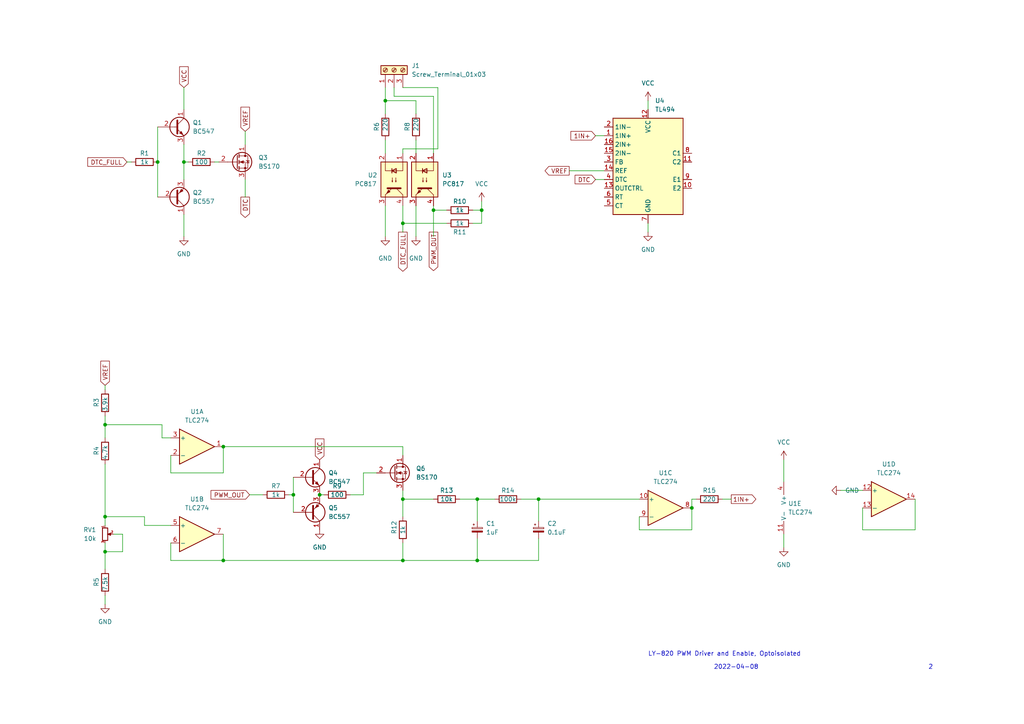
<source format=kicad_sch>
(kicad_sch (version 20211123) (generator eeschema)

  (uuid 9538e4ed-27e6-4c37-b989-9859dc0d49e8)

  (paper "A4")

  (lib_symbols
    (symbol "Amplifier_Operational:TLC274" (pin_names (offset 0.127)) (in_bom yes) (on_board yes)
      (property "Reference" "U" (id 0) (at 0 5.08 0)
        (effects (font (size 1.27 1.27)) (justify left))
      )
      (property "Value" "TLC274" (id 1) (at 0 -5.08 0)
        (effects (font (size 1.27 1.27)) (justify left))
      )
      (property "Footprint" "" (id 2) (at -1.27 2.54 0)
        (effects (font (size 1.27 1.27)) hide)
      )
      (property "Datasheet" "http://www.ti.com/lit/ds/symlink/tlc274.pdf" (id 3) (at 1.27 5.08 0)
        (effects (font (size 1.27 1.27)) hide)
      )
      (property "ki_locked" "" (id 4) (at 0 0 0)
        (effects (font (size 1.27 1.27)))
      )
      (property "ki_keywords" "quad opamp" (id 5) (at 0 0 0)
        (effects (font (size 1.27 1.27)) hide)
      )
      (property "ki_description" "Quad LinCMOS Precision Quad Operational Amplifiers, DIP-14/SOIC-14/SSOP-14" (id 6) (at 0 0 0)
        (effects (font (size 1.27 1.27)) hide)
      )
      (property "ki_fp_filters" "SOIC*3.9x8.7mm*P1.27mm* DIP*W7.62mm* TSSOP*4.4x5mm*P0.65mm* SSOP*5.3x6.2mm*P0.65mm* MSOP*3x3mm*P0.5mm*" (id 7) (at 0 0 0)
        (effects (font (size 1.27 1.27)) hide)
      )
      (symbol "TLC274_1_1"
        (polyline
          (pts
            (xy -5.08 5.08)
            (xy 5.08 0)
            (xy -5.08 -5.08)
            (xy -5.08 5.08)
          )
          (stroke (width 0.254) (type default) (color 0 0 0 0))
          (fill (type background))
        )
        (pin output line (at 7.62 0 180) (length 2.54)
          (name "~" (effects (font (size 1.27 1.27))))
          (number "1" (effects (font (size 1.27 1.27))))
        )
        (pin input line (at -7.62 -2.54 0) (length 2.54)
          (name "-" (effects (font (size 1.27 1.27))))
          (number "2" (effects (font (size 1.27 1.27))))
        )
        (pin input line (at -7.62 2.54 0) (length 2.54)
          (name "+" (effects (font (size 1.27 1.27))))
          (number "3" (effects (font (size 1.27 1.27))))
        )
      )
      (symbol "TLC274_2_1"
        (polyline
          (pts
            (xy -5.08 5.08)
            (xy 5.08 0)
            (xy -5.08 -5.08)
            (xy -5.08 5.08)
          )
          (stroke (width 0.254) (type default) (color 0 0 0 0))
          (fill (type background))
        )
        (pin input line (at -7.62 2.54 0) (length 2.54)
          (name "+" (effects (font (size 1.27 1.27))))
          (number "5" (effects (font (size 1.27 1.27))))
        )
        (pin input line (at -7.62 -2.54 0) (length 2.54)
          (name "-" (effects (font (size 1.27 1.27))))
          (number "6" (effects (font (size 1.27 1.27))))
        )
        (pin output line (at 7.62 0 180) (length 2.54)
          (name "~" (effects (font (size 1.27 1.27))))
          (number "7" (effects (font (size 1.27 1.27))))
        )
      )
      (symbol "TLC274_3_1"
        (polyline
          (pts
            (xy -5.08 5.08)
            (xy 5.08 0)
            (xy -5.08 -5.08)
            (xy -5.08 5.08)
          )
          (stroke (width 0.254) (type default) (color 0 0 0 0))
          (fill (type background))
        )
        (pin input line (at -7.62 2.54 0) (length 2.54)
          (name "+" (effects (font (size 1.27 1.27))))
          (number "10" (effects (font (size 1.27 1.27))))
        )
        (pin output line (at 7.62 0 180) (length 2.54)
          (name "~" (effects (font (size 1.27 1.27))))
          (number "8" (effects (font (size 1.27 1.27))))
        )
        (pin input line (at -7.62 -2.54 0) (length 2.54)
          (name "-" (effects (font (size 1.27 1.27))))
          (number "9" (effects (font (size 1.27 1.27))))
        )
      )
      (symbol "TLC274_4_1"
        (polyline
          (pts
            (xy -5.08 5.08)
            (xy 5.08 0)
            (xy -5.08 -5.08)
            (xy -5.08 5.08)
          )
          (stroke (width 0.254) (type default) (color 0 0 0 0))
          (fill (type background))
        )
        (pin input line (at -7.62 2.54 0) (length 2.54)
          (name "+" (effects (font (size 1.27 1.27))))
          (number "12" (effects (font (size 1.27 1.27))))
        )
        (pin input line (at -7.62 -2.54 0) (length 2.54)
          (name "-" (effects (font (size 1.27 1.27))))
          (number "13" (effects (font (size 1.27 1.27))))
        )
        (pin output line (at 7.62 0 180) (length 2.54)
          (name "~" (effects (font (size 1.27 1.27))))
          (number "14" (effects (font (size 1.27 1.27))))
        )
      )
      (symbol "TLC274_5_1"
        (pin power_in line (at -2.54 -7.62 90) (length 3.81)
          (name "V-" (effects (font (size 1.27 1.27))))
          (number "11" (effects (font (size 1.27 1.27))))
        )
        (pin power_in line (at -2.54 7.62 270) (length 3.81)
          (name "V+" (effects (font (size 1.27 1.27))))
          (number "4" (effects (font (size 1.27 1.27))))
        )
      )
    )
    (symbol "Connector:Screw_Terminal_01x03" (pin_names (offset 1.016) hide) (in_bom yes) (on_board yes)
      (property "Reference" "J" (id 0) (at 0 5.08 0)
        (effects (font (size 1.27 1.27)))
      )
      (property "Value" "Screw_Terminal_01x03" (id 1) (at 0 -5.08 0)
        (effects (font (size 1.27 1.27)))
      )
      (property "Footprint" "" (id 2) (at 0 0 0)
        (effects (font (size 1.27 1.27)) hide)
      )
      (property "Datasheet" "~" (id 3) (at 0 0 0)
        (effects (font (size 1.27 1.27)) hide)
      )
      (property "ki_keywords" "screw terminal" (id 4) (at 0 0 0)
        (effects (font (size 1.27 1.27)) hide)
      )
      (property "ki_description" "Generic screw terminal, single row, 01x03, script generated (kicad-library-utils/schlib/autogen/connector/)" (id 5) (at 0 0 0)
        (effects (font (size 1.27 1.27)) hide)
      )
      (property "ki_fp_filters" "TerminalBlock*:*" (id 6) (at 0 0 0)
        (effects (font (size 1.27 1.27)) hide)
      )
      (symbol "Screw_Terminal_01x03_1_1"
        (rectangle (start -1.27 3.81) (end 1.27 -3.81)
          (stroke (width 0.254) (type default) (color 0 0 0 0))
          (fill (type background))
        )
        (circle (center 0 -2.54) (radius 0.635)
          (stroke (width 0.1524) (type default) (color 0 0 0 0))
          (fill (type none))
        )
        (polyline
          (pts
            (xy -0.5334 -2.2098)
            (xy 0.3302 -3.048)
          )
          (stroke (width 0.1524) (type default) (color 0 0 0 0))
          (fill (type none))
        )
        (polyline
          (pts
            (xy -0.5334 0.3302)
            (xy 0.3302 -0.508)
          )
          (stroke (width 0.1524) (type default) (color 0 0 0 0))
          (fill (type none))
        )
        (polyline
          (pts
            (xy -0.5334 2.8702)
            (xy 0.3302 2.032)
          )
          (stroke (width 0.1524) (type default) (color 0 0 0 0))
          (fill (type none))
        )
        (polyline
          (pts
            (xy -0.3556 -2.032)
            (xy 0.508 -2.8702)
          )
          (stroke (width 0.1524) (type default) (color 0 0 0 0))
          (fill (type none))
        )
        (polyline
          (pts
            (xy -0.3556 0.508)
            (xy 0.508 -0.3302)
          )
          (stroke (width 0.1524) (type default) (color 0 0 0 0))
          (fill (type none))
        )
        (polyline
          (pts
            (xy -0.3556 3.048)
            (xy 0.508 2.2098)
          )
          (stroke (width 0.1524) (type default) (color 0 0 0 0))
          (fill (type none))
        )
        (circle (center 0 0) (radius 0.635)
          (stroke (width 0.1524) (type default) (color 0 0 0 0))
          (fill (type none))
        )
        (circle (center 0 2.54) (radius 0.635)
          (stroke (width 0.1524) (type default) (color 0 0 0 0))
          (fill (type none))
        )
        (pin passive line (at -5.08 2.54 0) (length 3.81)
          (name "Pin_1" (effects (font (size 1.27 1.27))))
          (number "1" (effects (font (size 1.27 1.27))))
        )
        (pin passive line (at -5.08 0 0) (length 3.81)
          (name "Pin_2" (effects (font (size 1.27 1.27))))
          (number "2" (effects (font (size 1.27 1.27))))
        )
        (pin passive line (at -5.08 -2.54 0) (length 3.81)
          (name "Pin_3" (effects (font (size 1.27 1.27))))
          (number "3" (effects (font (size 1.27 1.27))))
        )
      )
    )
    (symbol "Device:C_Polarized_Small" (pin_numbers hide) (pin_names (offset 0.254) hide) (in_bom yes) (on_board yes)
      (property "Reference" "C" (id 0) (at 0.254 1.778 0)
        (effects (font (size 1.27 1.27)) (justify left))
      )
      (property "Value" "C_Polarized_Small" (id 1) (at 0.254 -2.032 0)
        (effects (font (size 1.27 1.27)) (justify left))
      )
      (property "Footprint" "" (id 2) (at 0 0 0)
        (effects (font (size 1.27 1.27)) hide)
      )
      (property "Datasheet" "~" (id 3) (at 0 0 0)
        (effects (font (size 1.27 1.27)) hide)
      )
      (property "ki_keywords" "cap capacitor" (id 4) (at 0 0 0)
        (effects (font (size 1.27 1.27)) hide)
      )
      (property "ki_description" "Polarized capacitor, small symbol" (id 5) (at 0 0 0)
        (effects (font (size 1.27 1.27)) hide)
      )
      (property "ki_fp_filters" "CP_*" (id 6) (at 0 0 0)
        (effects (font (size 1.27 1.27)) hide)
      )
      (symbol "C_Polarized_Small_0_1"
        (rectangle (start -1.524 -0.3048) (end 1.524 -0.6858)
          (stroke (width 0) (type default) (color 0 0 0 0))
          (fill (type outline))
        )
        (rectangle (start -1.524 0.6858) (end 1.524 0.3048)
          (stroke (width 0) (type default) (color 0 0 0 0))
          (fill (type none))
        )
        (polyline
          (pts
            (xy -1.27 1.524)
            (xy -0.762 1.524)
          )
          (stroke (width 0) (type default) (color 0 0 0 0))
          (fill (type none))
        )
        (polyline
          (pts
            (xy -1.016 1.27)
            (xy -1.016 1.778)
          )
          (stroke (width 0) (type default) (color 0 0 0 0))
          (fill (type none))
        )
      )
      (symbol "C_Polarized_Small_1_1"
        (pin passive line (at 0 2.54 270) (length 1.8542)
          (name "~" (effects (font (size 1.27 1.27))))
          (number "1" (effects (font (size 1.27 1.27))))
        )
        (pin passive line (at 0 -2.54 90) (length 1.8542)
          (name "~" (effects (font (size 1.27 1.27))))
          (number "2" (effects (font (size 1.27 1.27))))
        )
      )
    )
    (symbol "Device:R" (pin_numbers hide) (pin_names (offset 0)) (in_bom yes) (on_board yes)
      (property "Reference" "R" (id 0) (at 2.032 0 90)
        (effects (font (size 1.27 1.27)))
      )
      (property "Value" "R" (id 1) (at 0 0 90)
        (effects (font (size 1.27 1.27)))
      )
      (property "Footprint" "" (id 2) (at -1.778 0 90)
        (effects (font (size 1.27 1.27)) hide)
      )
      (property "Datasheet" "~" (id 3) (at 0 0 0)
        (effects (font (size 1.27 1.27)) hide)
      )
      (property "ki_keywords" "R res resistor" (id 4) (at 0 0 0)
        (effects (font (size 1.27 1.27)) hide)
      )
      (property "ki_description" "Resistor" (id 5) (at 0 0 0)
        (effects (font (size 1.27 1.27)) hide)
      )
      (property "ki_fp_filters" "R_*" (id 6) (at 0 0 0)
        (effects (font (size 1.27 1.27)) hide)
      )
      (symbol "R_0_1"
        (rectangle (start -1.016 -2.54) (end 1.016 2.54)
          (stroke (width 0.254) (type default) (color 0 0 0 0))
          (fill (type none))
        )
      )
      (symbol "R_1_1"
        (pin passive line (at 0 3.81 270) (length 1.27)
          (name "~" (effects (font (size 1.27 1.27))))
          (number "1" (effects (font (size 1.27 1.27))))
        )
        (pin passive line (at 0 -3.81 90) (length 1.27)
          (name "~" (effects (font (size 1.27 1.27))))
          (number "2" (effects (font (size 1.27 1.27))))
        )
      )
    )
    (symbol "Device:R_Potentiometer_Small" (pin_names (offset 1.016) hide) (in_bom yes) (on_board yes)
      (property "Reference" "RV" (id 0) (at -4.445 0 90)
        (effects (font (size 1.27 1.27)))
      )
      (property "Value" "R_Potentiometer_Small" (id 1) (at -2.54 0 90)
        (effects (font (size 1.27 1.27)))
      )
      (property "Footprint" "" (id 2) (at 0 0 0)
        (effects (font (size 1.27 1.27)) hide)
      )
      (property "Datasheet" "~" (id 3) (at 0 0 0)
        (effects (font (size 1.27 1.27)) hide)
      )
      (property "ki_keywords" "resistor variable" (id 4) (at 0 0 0)
        (effects (font (size 1.27 1.27)) hide)
      )
      (property "ki_description" "Potentiometer" (id 5) (at 0 0 0)
        (effects (font (size 1.27 1.27)) hide)
      )
      (property "ki_fp_filters" "Potentiometer*" (id 6) (at 0 0 0)
        (effects (font (size 1.27 1.27)) hide)
      )
      (symbol "R_Potentiometer_Small_0_1"
        (polyline
          (pts
            (xy 0.889 0)
            (xy 0.635 0)
            (xy 1.651 0.381)
            (xy 1.651 -0.381)
            (xy 0.635 0)
            (xy 0.889 0)
          )
          (stroke (width 0) (type default) (color 0 0 0 0))
          (fill (type outline))
        )
        (rectangle (start 0.762 1.8034) (end -0.762 -1.8034)
          (stroke (width 0.254) (type default) (color 0 0 0 0))
          (fill (type none))
        )
      )
      (symbol "R_Potentiometer_Small_1_1"
        (pin passive line (at 0 2.54 270) (length 0.635)
          (name "1" (effects (font (size 0.635 0.635))))
          (number "1" (effects (font (size 0.635 0.635))))
        )
        (pin passive line (at 2.54 0 180) (length 0.9906)
          (name "2" (effects (font (size 0.635 0.635))))
          (number "2" (effects (font (size 0.635 0.635))))
        )
        (pin passive line (at 0 -2.54 90) (length 0.635)
          (name "3" (effects (font (size 0.635 0.635))))
          (number "3" (effects (font (size 0.635 0.635))))
        )
      )
    )
    (symbol "Isolator:PC817" (pin_names (offset 1.016)) (in_bom yes) (on_board yes)
      (property "Reference" "U" (id 0) (at -5.08 5.08 0)
        (effects (font (size 1.27 1.27)) (justify left))
      )
      (property "Value" "PC817" (id 1) (at 0 5.08 0)
        (effects (font (size 1.27 1.27)) (justify left))
      )
      (property "Footprint" "Package_DIP:DIP-4_W7.62mm" (id 2) (at -5.08 -5.08 0)
        (effects (font (size 1.27 1.27) italic) (justify left) hide)
      )
      (property "Datasheet" "http://www.soselectronic.cz/a_info/resource/d/pc817.pdf" (id 3) (at 0 0 0)
        (effects (font (size 1.27 1.27)) (justify left) hide)
      )
      (property "ki_keywords" "NPN DC Optocoupler" (id 4) (at 0 0 0)
        (effects (font (size 1.27 1.27)) hide)
      )
      (property "ki_description" "DC Optocoupler, Vce 35V, CTR 50-300%, DIP-4" (id 5) (at 0 0 0)
        (effects (font (size 1.27 1.27)) hide)
      )
      (property "ki_fp_filters" "DIP*W7.62mm*" (id 6) (at 0 0 0)
        (effects (font (size 1.27 1.27)) hide)
      )
      (symbol "PC817_0_1"
        (rectangle (start -5.08 3.81) (end 5.08 -3.81)
          (stroke (width 0.254) (type default) (color 0 0 0 0))
          (fill (type background))
        )
        (polyline
          (pts
            (xy -3.175 -0.635)
            (xy -1.905 -0.635)
          )
          (stroke (width 0.254) (type default) (color 0 0 0 0))
          (fill (type none))
        )
        (polyline
          (pts
            (xy 2.54 0.635)
            (xy 4.445 2.54)
          )
          (stroke (width 0) (type default) (color 0 0 0 0))
          (fill (type none))
        )
        (polyline
          (pts
            (xy 4.445 -2.54)
            (xy 2.54 -0.635)
          )
          (stroke (width 0) (type default) (color 0 0 0 0))
          (fill (type outline))
        )
        (polyline
          (pts
            (xy 4.445 -2.54)
            (xy 5.08 -2.54)
          )
          (stroke (width 0) (type default) (color 0 0 0 0))
          (fill (type none))
        )
        (polyline
          (pts
            (xy 4.445 2.54)
            (xy 5.08 2.54)
          )
          (stroke (width 0) (type default) (color 0 0 0 0))
          (fill (type none))
        )
        (polyline
          (pts
            (xy -5.08 2.54)
            (xy -2.54 2.54)
            (xy -2.54 -0.635)
          )
          (stroke (width 0) (type default) (color 0 0 0 0))
          (fill (type none))
        )
        (polyline
          (pts
            (xy -2.54 -0.635)
            (xy -2.54 -2.54)
            (xy -5.08 -2.54)
          )
          (stroke (width 0) (type default) (color 0 0 0 0))
          (fill (type none))
        )
        (polyline
          (pts
            (xy 2.54 1.905)
            (xy 2.54 -1.905)
            (xy 2.54 -1.905)
          )
          (stroke (width 0.508) (type default) (color 0 0 0 0))
          (fill (type none))
        )
        (polyline
          (pts
            (xy -2.54 -0.635)
            (xy -3.175 0.635)
            (xy -1.905 0.635)
            (xy -2.54 -0.635)
          )
          (stroke (width 0.254) (type default) (color 0 0 0 0))
          (fill (type none))
        )
        (polyline
          (pts
            (xy -0.508 -0.508)
            (xy 0.762 -0.508)
            (xy 0.381 -0.635)
            (xy 0.381 -0.381)
            (xy 0.762 -0.508)
          )
          (stroke (width 0) (type default) (color 0 0 0 0))
          (fill (type none))
        )
        (polyline
          (pts
            (xy -0.508 0.508)
            (xy 0.762 0.508)
            (xy 0.381 0.381)
            (xy 0.381 0.635)
            (xy 0.762 0.508)
          )
          (stroke (width 0) (type default) (color 0 0 0 0))
          (fill (type none))
        )
        (polyline
          (pts
            (xy 3.048 -1.651)
            (xy 3.556 -1.143)
            (xy 4.064 -2.159)
            (xy 3.048 -1.651)
            (xy 3.048 -1.651)
          )
          (stroke (width 0) (type default) (color 0 0 0 0))
          (fill (type outline))
        )
      )
      (symbol "PC817_1_1"
        (pin passive line (at -7.62 2.54 0) (length 2.54)
          (name "~" (effects (font (size 1.27 1.27))))
          (number "1" (effects (font (size 1.27 1.27))))
        )
        (pin passive line (at -7.62 -2.54 0) (length 2.54)
          (name "~" (effects (font (size 1.27 1.27))))
          (number "2" (effects (font (size 1.27 1.27))))
        )
        (pin passive line (at 7.62 -2.54 180) (length 2.54)
          (name "~" (effects (font (size 1.27 1.27))))
          (number "3" (effects (font (size 1.27 1.27))))
        )
        (pin passive line (at 7.62 2.54 180) (length 2.54)
          (name "~" (effects (font (size 1.27 1.27))))
          (number "4" (effects (font (size 1.27 1.27))))
        )
      )
    )
    (symbol "Regulator_Controller:TL494" (in_bom yes) (on_board yes)
      (property "Reference" "U" (id 0) (at 3.81 19.05 0)
        (effects (font (size 1.27 1.27)) (justify left))
      )
      (property "Value" "TL494" (id 1) (at 3.81 16.51 0)
        (effects (font (size 1.27 1.27)) (justify left))
      )
      (property "Footprint" "" (id 2) (at 0 0 0)
        (effects (font (size 1.27 1.27)) hide)
      )
      (property "Datasheet" "http://www.ti.com/lit/ds/symlink/tl494.pdf" (id 3) (at 0 0 0)
        (effects (font (size 1.27 1.27)) hide)
      )
      (property "ki_keywords" "SMPS PWM Controller" (id 4) (at 0 0 0)
        (effects (font (size 1.27 1.27)) hide)
      )
      (property "ki_description" "Pulse-Width-Modulation Control Circuits, PDIP-16/SOIC-16/TSSOP-16" (id 5) (at 0 0 0)
        (effects (font (size 1.27 1.27)) hide)
      )
      (property "ki_fp_filters" "TSSOP*4.4x5mm*P0.65mm* SOIC*3.9x9.9mm*P1.27mm* SOIC*5.3x10.2mm*P1.27mm* DIP*W7.62mm*" (id 6) (at 0 0 0)
        (effects (font (size 1.27 1.27)) hide)
      )
      (symbol "TL494_0_1"
        (rectangle (start -10.16 -12.7) (end 10.16 15.24)
          (stroke (width 0.254) (type default) (color 0 0 0 0))
          (fill (type background))
        )
      )
      (symbol "TL494_1_1"
        (pin input line (at -12.7 10.16 0) (length 2.54)
          (name "1IN+" (effects (font (size 1.27 1.27))))
          (number "1" (effects (font (size 1.27 1.27))))
        )
        (pin passive line (at 12.7 -5.08 180) (length 2.54)
          (name "E2" (effects (font (size 1.27 1.27))))
          (number "10" (effects (font (size 1.27 1.27))))
        )
        (pin passive line (at 12.7 2.54 180) (length 2.54)
          (name "C2" (effects (font (size 1.27 1.27))))
          (number "11" (effects (font (size 1.27 1.27))))
        )
        (pin power_in line (at 0 17.78 270) (length 2.54)
          (name "VCC" (effects (font (size 1.27 1.27))))
          (number "12" (effects (font (size 1.27 1.27))))
        )
        (pin input line (at -12.7 -5.08 0) (length 2.54)
          (name "OUTCTRL" (effects (font (size 1.27 1.27))))
          (number "13" (effects (font (size 1.27 1.27))))
        )
        (pin power_out line (at -12.7 0 0) (length 2.54)
          (name "REF" (effects (font (size 1.27 1.27))))
          (number "14" (effects (font (size 1.27 1.27))))
        )
        (pin input line (at -12.7 5.08 0) (length 2.54)
          (name "2IN-" (effects (font (size 1.27 1.27))))
          (number "15" (effects (font (size 1.27 1.27))))
        )
        (pin input line (at -12.7 7.62 0) (length 2.54)
          (name "2IN+" (effects (font (size 1.27 1.27))))
          (number "16" (effects (font (size 1.27 1.27))))
        )
        (pin input line (at -12.7 12.7 0) (length 2.54)
          (name "1IN-" (effects (font (size 1.27 1.27))))
          (number "2" (effects (font (size 1.27 1.27))))
        )
        (pin output line (at -12.7 2.54 0) (length 2.54)
          (name "FB" (effects (font (size 1.27 1.27))))
          (number "3" (effects (font (size 1.27 1.27))))
        )
        (pin input line (at -12.7 -2.54 0) (length 2.54)
          (name "DTC" (effects (font (size 1.27 1.27))))
          (number "4" (effects (font (size 1.27 1.27))))
        )
        (pin passive line (at -12.7 -10.16 0) (length 2.54)
          (name "CT" (effects (font (size 1.27 1.27))))
          (number "5" (effects (font (size 1.27 1.27))))
        )
        (pin passive line (at -12.7 -7.62 0) (length 2.54)
          (name "RT" (effects (font (size 1.27 1.27))))
          (number "6" (effects (font (size 1.27 1.27))))
        )
        (pin power_in line (at 0 -15.24 90) (length 2.54)
          (name "GND" (effects (font (size 1.27 1.27))))
          (number "7" (effects (font (size 1.27 1.27))))
        )
        (pin passive line (at 12.7 5.08 180) (length 2.54)
          (name "C1" (effects (font (size 1.27 1.27))))
          (number "8" (effects (font (size 1.27 1.27))))
        )
        (pin passive line (at 12.7 -2.54 180) (length 2.54)
          (name "E1" (effects (font (size 1.27 1.27))))
          (number "9" (effects (font (size 1.27 1.27))))
        )
      )
    )
    (symbol "Transistor_BJT:BC547" (pin_names (offset 0) hide) (in_bom yes) (on_board yes)
      (property "Reference" "Q" (id 0) (at 5.08 1.905 0)
        (effects (font (size 1.27 1.27)) (justify left))
      )
      (property "Value" "BC547" (id 1) (at 5.08 0 0)
        (effects (font (size 1.27 1.27)) (justify left))
      )
      (property "Footprint" "Package_TO_SOT_THT:TO-92_Inline" (id 2) (at 5.08 -1.905 0)
        (effects (font (size 1.27 1.27) italic) (justify left) hide)
      )
      (property "Datasheet" "https://www.onsemi.com/pub/Collateral/BC550-D.pdf" (id 3) (at 0 0 0)
        (effects (font (size 1.27 1.27)) (justify left) hide)
      )
      (property "ki_keywords" "NPN Transistor" (id 4) (at 0 0 0)
        (effects (font (size 1.27 1.27)) hide)
      )
      (property "ki_description" "0.1A Ic, 45V Vce, Small Signal NPN Transistor, TO-92" (id 5) (at 0 0 0)
        (effects (font (size 1.27 1.27)) hide)
      )
      (property "ki_fp_filters" "TO?92*" (id 6) (at 0 0 0)
        (effects (font (size 1.27 1.27)) hide)
      )
      (symbol "BC547_0_1"
        (polyline
          (pts
            (xy 0 0)
            (xy 0.635 0)
          )
          (stroke (width 0) (type default) (color 0 0 0 0))
          (fill (type none))
        )
        (polyline
          (pts
            (xy 0.635 0.635)
            (xy 2.54 2.54)
          )
          (stroke (width 0) (type default) (color 0 0 0 0))
          (fill (type none))
        )
        (polyline
          (pts
            (xy 0.635 -0.635)
            (xy 2.54 -2.54)
            (xy 2.54 -2.54)
          )
          (stroke (width 0) (type default) (color 0 0 0 0))
          (fill (type none))
        )
        (polyline
          (pts
            (xy 0.635 1.905)
            (xy 0.635 -1.905)
            (xy 0.635 -1.905)
          )
          (stroke (width 0.508) (type default) (color 0 0 0 0))
          (fill (type none))
        )
        (polyline
          (pts
            (xy 1.27 -1.778)
            (xy 1.778 -1.27)
            (xy 2.286 -2.286)
            (xy 1.27 -1.778)
            (xy 1.27 -1.778)
          )
          (stroke (width 0) (type default) (color 0 0 0 0))
          (fill (type outline))
        )
        (circle (center 1.27 0) (radius 2.8194)
          (stroke (width 0.254) (type default) (color 0 0 0 0))
          (fill (type none))
        )
      )
      (symbol "BC547_1_1"
        (pin passive line (at 2.54 5.08 270) (length 2.54)
          (name "C" (effects (font (size 1.27 1.27))))
          (number "1" (effects (font (size 1.27 1.27))))
        )
        (pin input line (at -5.08 0 0) (length 5.08)
          (name "B" (effects (font (size 1.27 1.27))))
          (number "2" (effects (font (size 1.27 1.27))))
        )
        (pin passive line (at 2.54 -5.08 90) (length 2.54)
          (name "E" (effects (font (size 1.27 1.27))))
          (number "3" (effects (font (size 1.27 1.27))))
        )
      )
    )
    (symbol "Transistor_BJT:BC557" (pin_names (offset 0) hide) (in_bom yes) (on_board yes)
      (property "Reference" "Q" (id 0) (at 5.08 1.905 0)
        (effects (font (size 1.27 1.27)) (justify left))
      )
      (property "Value" "BC557" (id 1) (at 5.08 0 0)
        (effects (font (size 1.27 1.27)) (justify left))
      )
      (property "Footprint" "Package_TO_SOT_THT:TO-92_Inline" (id 2) (at 5.08 -1.905 0)
        (effects (font (size 1.27 1.27) italic) (justify left) hide)
      )
      (property "Datasheet" "https://www.onsemi.com/pub/Collateral/BC556BTA-D.pdf" (id 3) (at 0 0 0)
        (effects (font (size 1.27 1.27)) (justify left) hide)
      )
      (property "ki_keywords" "PNP Transistor" (id 4) (at 0 0 0)
        (effects (font (size 1.27 1.27)) hide)
      )
      (property "ki_description" "0.1A Ic, 45V Vce, PNP Small Signal Transistor, TO-92" (id 5) (at 0 0 0)
        (effects (font (size 1.27 1.27)) hide)
      )
      (property "ki_fp_filters" "TO?92*" (id 6) (at 0 0 0)
        (effects (font (size 1.27 1.27)) hide)
      )
      (symbol "BC557_0_1"
        (polyline
          (pts
            (xy 0.635 0.635)
            (xy 2.54 2.54)
          )
          (stroke (width 0) (type default) (color 0 0 0 0))
          (fill (type none))
        )
        (polyline
          (pts
            (xy 0.635 -0.635)
            (xy 2.54 -2.54)
            (xy 2.54 -2.54)
          )
          (stroke (width 0) (type default) (color 0 0 0 0))
          (fill (type none))
        )
        (polyline
          (pts
            (xy 0.635 1.905)
            (xy 0.635 -1.905)
            (xy 0.635 -1.905)
          )
          (stroke (width 0.508) (type default) (color 0 0 0 0))
          (fill (type none))
        )
        (polyline
          (pts
            (xy 2.286 -1.778)
            (xy 1.778 -2.286)
            (xy 1.27 -1.27)
            (xy 2.286 -1.778)
            (xy 2.286 -1.778)
          )
          (stroke (width 0) (type default) (color 0 0 0 0))
          (fill (type outline))
        )
        (circle (center 1.27 0) (radius 2.8194)
          (stroke (width 0.254) (type default) (color 0 0 0 0))
          (fill (type none))
        )
      )
      (symbol "BC557_1_1"
        (pin passive line (at 2.54 5.08 270) (length 2.54)
          (name "C" (effects (font (size 1.27 1.27))))
          (number "1" (effects (font (size 1.27 1.27))))
        )
        (pin input line (at -5.08 0 0) (length 5.715)
          (name "B" (effects (font (size 1.27 1.27))))
          (number "2" (effects (font (size 1.27 1.27))))
        )
        (pin passive line (at 2.54 -5.08 90) (length 2.54)
          (name "E" (effects (font (size 1.27 1.27))))
          (number "3" (effects (font (size 1.27 1.27))))
        )
      )
    )
    (symbol "Transistor_FET:BS170" (pin_names hide) (in_bom yes) (on_board yes)
      (property "Reference" "Q" (id 0) (at 5.08 1.905 0)
        (effects (font (size 1.27 1.27)) (justify left))
      )
      (property "Value" "BS170" (id 1) (at 5.08 0 0)
        (effects (font (size 1.27 1.27)) (justify left))
      )
      (property "Footprint" "Package_TO_SOT_THT:TO-92_Inline" (id 2) (at 5.08 -1.905 0)
        (effects (font (size 1.27 1.27) italic) (justify left) hide)
      )
      (property "Datasheet" "https://www.onsemi.com/pub/Collateral/BS170-D.PDF" (id 3) (at 0 0 0)
        (effects (font (size 1.27 1.27)) (justify left) hide)
      )
      (property "ki_keywords" "N-Channel MOSFET" (id 4) (at 0 0 0)
        (effects (font (size 1.27 1.27)) hide)
      )
      (property "ki_description" "0.5A Id, 60V Vds, N-Channel MOSFET, TO-92" (id 5) (at 0 0 0)
        (effects (font (size 1.27 1.27)) hide)
      )
      (property "ki_fp_filters" "TO?92*" (id 6) (at 0 0 0)
        (effects (font (size 1.27 1.27)) hide)
      )
      (symbol "BS170_0_1"
        (polyline
          (pts
            (xy 0.254 0)
            (xy -2.54 0)
          )
          (stroke (width 0) (type default) (color 0 0 0 0))
          (fill (type none))
        )
        (polyline
          (pts
            (xy 0.254 1.905)
            (xy 0.254 -1.905)
          )
          (stroke (width 0.254) (type default) (color 0 0 0 0))
          (fill (type none))
        )
        (polyline
          (pts
            (xy 0.762 -1.27)
            (xy 0.762 -2.286)
          )
          (stroke (width 0.254) (type default) (color 0 0 0 0))
          (fill (type none))
        )
        (polyline
          (pts
            (xy 0.762 0.508)
            (xy 0.762 -0.508)
          )
          (stroke (width 0.254) (type default) (color 0 0 0 0))
          (fill (type none))
        )
        (polyline
          (pts
            (xy 0.762 2.286)
            (xy 0.762 1.27)
          )
          (stroke (width 0.254) (type default) (color 0 0 0 0))
          (fill (type none))
        )
        (polyline
          (pts
            (xy 2.54 2.54)
            (xy 2.54 1.778)
          )
          (stroke (width 0) (type default) (color 0 0 0 0))
          (fill (type none))
        )
        (polyline
          (pts
            (xy 2.54 -2.54)
            (xy 2.54 0)
            (xy 0.762 0)
          )
          (stroke (width 0) (type default) (color 0 0 0 0))
          (fill (type none))
        )
        (polyline
          (pts
            (xy 0.762 -1.778)
            (xy 3.302 -1.778)
            (xy 3.302 1.778)
            (xy 0.762 1.778)
          )
          (stroke (width 0) (type default) (color 0 0 0 0))
          (fill (type none))
        )
        (polyline
          (pts
            (xy 1.016 0)
            (xy 2.032 0.381)
            (xy 2.032 -0.381)
            (xy 1.016 0)
          )
          (stroke (width 0) (type default) (color 0 0 0 0))
          (fill (type outline))
        )
        (polyline
          (pts
            (xy 2.794 0.508)
            (xy 2.921 0.381)
            (xy 3.683 0.381)
            (xy 3.81 0.254)
          )
          (stroke (width 0) (type default) (color 0 0 0 0))
          (fill (type none))
        )
        (polyline
          (pts
            (xy 3.302 0.381)
            (xy 2.921 -0.254)
            (xy 3.683 -0.254)
            (xy 3.302 0.381)
          )
          (stroke (width 0) (type default) (color 0 0 0 0))
          (fill (type none))
        )
        (circle (center 1.651 0) (radius 2.794)
          (stroke (width 0.254) (type default) (color 0 0 0 0))
          (fill (type none))
        )
        (circle (center 2.54 -1.778) (radius 0.254)
          (stroke (width 0) (type default) (color 0 0 0 0))
          (fill (type outline))
        )
        (circle (center 2.54 1.778) (radius 0.254)
          (stroke (width 0) (type default) (color 0 0 0 0))
          (fill (type outline))
        )
      )
      (symbol "BS170_1_1"
        (pin passive line (at 2.54 5.08 270) (length 2.54)
          (name "D" (effects (font (size 1.27 1.27))))
          (number "1" (effects (font (size 1.27 1.27))))
        )
        (pin input line (at -5.08 0 0) (length 2.54)
          (name "G" (effects (font (size 1.27 1.27))))
          (number "2" (effects (font (size 1.27 1.27))))
        )
        (pin passive line (at 2.54 -5.08 90) (length 2.54)
          (name "S" (effects (font (size 1.27 1.27))))
          (number "3" (effects (font (size 1.27 1.27))))
        )
      )
    )
    (symbol "power:GND" (power) (pin_names (offset 0)) (in_bom yes) (on_board yes)
      (property "Reference" "#PWR" (id 0) (at 0 -6.35 0)
        (effects (font (size 1.27 1.27)) hide)
      )
      (property "Value" "GND" (id 1) (at 0 -3.81 0)
        (effects (font (size 1.27 1.27)))
      )
      (property "Footprint" "" (id 2) (at 0 0 0)
        (effects (font (size 1.27 1.27)) hide)
      )
      (property "Datasheet" "" (id 3) (at 0 0 0)
        (effects (font (size 1.27 1.27)) hide)
      )
      (property "ki_keywords" "power-flag" (id 4) (at 0 0 0)
        (effects (font (size 1.27 1.27)) hide)
      )
      (property "ki_description" "Power symbol creates a global label with name \"GND\" , ground" (id 5) (at 0 0 0)
        (effects (font (size 1.27 1.27)) hide)
      )
      (symbol "GND_0_1"
        (polyline
          (pts
            (xy 0 0)
            (xy 0 -1.27)
            (xy 1.27 -1.27)
            (xy 0 -2.54)
            (xy -1.27 -1.27)
            (xy 0 -1.27)
          )
          (stroke (width 0) (type default) (color 0 0 0 0))
          (fill (type none))
        )
      )
      (symbol "GND_1_1"
        (pin power_in line (at 0 0 270) (length 0) hide
          (name "GND" (effects (font (size 1.27 1.27))))
          (number "1" (effects (font (size 1.27 1.27))))
        )
      )
    )
    (symbol "power:VCC" (power) (pin_names (offset 0)) (in_bom yes) (on_board yes)
      (property "Reference" "#PWR" (id 0) (at 0 -3.81 0)
        (effects (font (size 1.27 1.27)) hide)
      )
      (property "Value" "VCC" (id 1) (at 0 3.81 0)
        (effects (font (size 1.27 1.27)))
      )
      (property "Footprint" "" (id 2) (at 0 0 0)
        (effects (font (size 1.27 1.27)) hide)
      )
      (property "Datasheet" "" (id 3) (at 0 0 0)
        (effects (font (size 1.27 1.27)) hide)
      )
      (property "ki_keywords" "power-flag" (id 4) (at 0 0 0)
        (effects (font (size 1.27 1.27)) hide)
      )
      (property "ki_description" "Power symbol creates a global label with name \"VCC\"" (id 5) (at 0 0 0)
        (effects (font (size 1.27 1.27)) hide)
      )
      (symbol "VCC_0_1"
        (polyline
          (pts
            (xy -0.762 1.27)
            (xy 0 2.54)
          )
          (stroke (width 0) (type default) (color 0 0 0 0))
          (fill (type none))
        )
        (polyline
          (pts
            (xy 0 0)
            (xy 0 2.54)
          )
          (stroke (width 0) (type default) (color 0 0 0 0))
          (fill (type none))
        )
        (polyline
          (pts
            (xy 0 2.54)
            (xy 0.762 1.27)
          )
          (stroke (width 0) (type default) (color 0 0 0 0))
          (fill (type none))
        )
      )
      (symbol "VCC_1_1"
        (pin power_in line (at 0 0 90) (length 0) hide
          (name "VCC" (effects (font (size 1.27 1.27))))
          (number "1" (effects (font (size 1.27 1.27))))
        )
      )
    )
  )

  (junction (at 64.77 162.56) (diameter 0) (color 0 0 0 0)
    (uuid 0ebf6d36-09d3-44c4-b6e3-30896b9f438c)
  )
  (junction (at 64.77 129.54) (diameter 0) (color 0 0 0 0)
    (uuid 155be775-2c53-45b8-989a-2434bad11fc1)
  )
  (junction (at 139.7 60.96) (diameter 0) (color 0 0 0 0)
    (uuid 27912d25-e661-4936-91e6-8d769233706d)
  )
  (junction (at 156.21 144.78) (diameter 0) (color 0 0 0 0)
    (uuid 325a7f3a-cfaf-46c9-a406-67d92ea24ad8)
  )
  (junction (at 200.66 147.32) (diameter 0) (color 0 0 0 0)
    (uuid 6d918f71-ca4e-418c-9635-905d7f5be3e6)
  )
  (junction (at 30.48 160.02) (diameter 0) (color 0 0 0 0)
    (uuid 77d8a08a-a103-43b8-a739-768aa44d95a6)
  )
  (junction (at 125.73 60.96) (diameter 0) (color 0 0 0 0)
    (uuid 83551cc4-aedb-4543-b055-214ea4a4f2bb)
  )
  (junction (at 30.48 123.19) (diameter 0) (color 0 0 0 0)
    (uuid 8c00f074-d20b-4724-ac3a-8c7ee564e7d3)
  )
  (junction (at 138.43 144.78) (diameter 0) (color 0 0 0 0)
    (uuid 8dbb6633-d74b-47b4-8e7c-c320409727ed)
  )
  (junction (at 30.48 149.86) (diameter 0) (color 0 0 0 0)
    (uuid 98820133-a0f4-42dd-8fd8-c1ec656dddc2)
  )
  (junction (at 45.72 46.99) (diameter 0) (color 0 0 0 0)
    (uuid 994d37e9-b259-478b-bf33-fd7ad6074d59)
  )
  (junction (at 111.76 29.21) (diameter 0) (color 0 0 0 0)
    (uuid a103f44c-6e8c-4563-9906-68f89fe9a115)
  )
  (junction (at 116.84 162.56) (diameter 0) (color 0 0 0 0)
    (uuid b7d49f40-8f31-480f-9e90-9bc00b429eb6)
  )
  (junction (at 116.84 144.78) (diameter 0) (color 0 0 0 0)
    (uuid bc96fbe6-9212-4a44-9581-e4adee04590d)
  )
  (junction (at 138.43 162.56) (diameter 0) (color 0 0 0 0)
    (uuid d483be28-c27c-4a06-bb38-80e308974993)
  )
  (junction (at 85.09 143.51) (diameter 0) (color 0 0 0 0)
    (uuid ed4eb55f-4d6e-462e-88b8-9386eba0f25f)
  )
  (junction (at 92.71 143.51) (diameter 0) (color 0 0 0 0)
    (uuid f76db16c-daec-48ab-9595-8647d2b650ef)
  )
  (junction (at 53.34 46.99) (diameter 0) (color 0 0 0 0)
    (uuid f90a9f81-8acb-48a0-be11-ecdd3c14c820)
  )
  (junction (at 116.84 64.77) (diameter 0) (color 0 0 0 0)
    (uuid fe1459e5-024b-4be6-baa6-4b64dca0e84e)
  )

  (wire (pts (xy 49.53 137.16) (xy 64.77 137.16))
    (stroke (width 0) (type default) (color 0 0 0 0))
    (uuid 07c7274f-5d94-4b69-b2a8-be2ee1c654a0)
  )
  (wire (pts (xy 30.48 160.02) (xy 30.48 165.1))
    (stroke (width 0) (type default) (color 0 0 0 0))
    (uuid 09be8940-0dff-4d9c-a745-5c2aaf57a834)
  )
  (wire (pts (xy 116.84 144.78) (xy 116.84 149.86))
    (stroke (width 0) (type default) (color 0 0 0 0))
    (uuid 0a21b499-8404-4430-bfc2-f774898cfc4f)
  )
  (wire (pts (xy 92.71 143.51) (xy 93.98 143.51))
    (stroke (width 0) (type default) (color 0 0 0 0))
    (uuid 11019d01-0327-4ee2-8afb-c8e3a069592c)
  )
  (wire (pts (xy 30.48 157.48) (xy 30.48 160.02))
    (stroke (width 0) (type default) (color 0 0 0 0))
    (uuid 12796e1a-bad5-4808-b953-368d388e178b)
  )
  (wire (pts (xy 71.12 38.1) (xy 71.12 41.91))
    (stroke (width 0) (type default) (color 0 0 0 0))
    (uuid 1286712d-260b-484f-9ca0-4bcca1197ffb)
  )
  (wire (pts (xy 127 25.4) (xy 116.84 25.4))
    (stroke (width 0) (type default) (color 0 0 0 0))
    (uuid 12ebd8f8-59f1-48bb-af96-6089b71beb83)
  )
  (wire (pts (xy 243.84 142.24) (xy 250.19 142.24))
    (stroke (width 0) (type default) (color 0 0 0 0))
    (uuid 14393e9b-8d7a-47b3-a48d-b6cc5fcdf11e)
  )
  (wire (pts (xy 125.73 27.94) (xy 125.73 44.45))
    (stroke (width 0) (type default) (color 0 0 0 0))
    (uuid 16a37202-7ecd-4138-89fc-5cba0950cad3)
  )
  (wire (pts (xy 227.33 133.35) (xy 227.33 139.7))
    (stroke (width 0) (type default) (color 0 0 0 0))
    (uuid 177cac73-546b-4ee4-abd9-8c75d5aa817a)
  )
  (wire (pts (xy 116.84 157.48) (xy 116.84 162.56))
    (stroke (width 0) (type default) (color 0 0 0 0))
    (uuid 17b1662d-e505-41ad-952d-8cb2249bea46)
  )
  (wire (pts (xy 138.43 144.78) (xy 143.51 144.78))
    (stroke (width 0) (type default) (color 0 0 0 0))
    (uuid 17c806e0-a76b-410d-b495-7a37abec3245)
  )
  (wire (pts (xy 116.84 144.78) (xy 125.73 144.78))
    (stroke (width 0) (type default) (color 0 0 0 0))
    (uuid 19dea56c-c5e7-43fd-ac6c-a4dc0622bd45)
  )
  (wire (pts (xy 72.39 143.51) (xy 76.2 143.51))
    (stroke (width 0) (type default) (color 0 0 0 0))
    (uuid 1baf8d64-9150-4253-a3d8-0951b6485144)
  )
  (wire (pts (xy 156.21 144.78) (xy 185.42 144.78))
    (stroke (width 0) (type default) (color 0 0 0 0))
    (uuid 1dc27d07-b818-4dbe-9aba-1f466c7c305a)
  )
  (wire (pts (xy 185.42 153.67) (xy 200.66 153.67))
    (stroke (width 0) (type default) (color 0 0 0 0))
    (uuid 22473278-9d15-41db-9dce-bdd2f184361a)
  )
  (wire (pts (xy 109.22 137.16) (xy 105.41 137.16))
    (stroke (width 0) (type default) (color 0 0 0 0))
    (uuid 225f9615-9888-4145-b1b8-d4457b29f7fc)
  )
  (wire (pts (xy 30.48 160.02) (xy 35.56 160.02))
    (stroke (width 0) (type default) (color 0 0 0 0))
    (uuid 2a259ae5-e556-4a5c-905c-9cc7044316f0)
  )
  (wire (pts (xy 53.34 46.99) (xy 54.61 46.99))
    (stroke (width 0) (type default) (color 0 0 0 0))
    (uuid 2bf90f64-5212-4592-ab8f-3ee2e4e0331f)
  )
  (wire (pts (xy 111.76 25.4) (xy 111.76 29.21))
    (stroke (width 0) (type default) (color 0 0 0 0))
    (uuid 2e16a688-38e7-4a8f-8a7f-2e125470bed1)
  )
  (wire (pts (xy 120.65 59.69) (xy 120.65 68.58))
    (stroke (width 0) (type default) (color 0 0 0 0))
    (uuid 33e8234a-8486-45dc-bec2-bfb60f04b709)
  )
  (wire (pts (xy 209.55 144.78) (xy 212.09 144.78))
    (stroke (width 0) (type default) (color 0 0 0 0))
    (uuid 34b07e1c-2ba6-400e-b06c-b1309b201548)
  )
  (wire (pts (xy 41.91 152.4) (xy 41.91 149.86))
    (stroke (width 0) (type default) (color 0 0 0 0))
    (uuid 34ea57ce-8009-43ad-8b87-be811d4124ee)
  )
  (wire (pts (xy 53.34 46.99) (xy 53.34 52.07))
    (stroke (width 0) (type default) (color 0 0 0 0))
    (uuid 36821f13-ffae-4349-b366-670aaa147ad0)
  )
  (wire (pts (xy 46.99 127) (xy 46.99 123.19))
    (stroke (width 0) (type default) (color 0 0 0 0))
    (uuid 37cfb4c1-f327-4581-82e0-ce2dcc6a0718)
  )
  (wire (pts (xy 129.54 64.77) (xy 116.84 64.77))
    (stroke (width 0) (type default) (color 0 0 0 0))
    (uuid 3fa77d65-435f-44de-bcc1-e494d115723e)
  )
  (wire (pts (xy 111.76 29.21) (xy 111.76 33.02))
    (stroke (width 0) (type default) (color 0 0 0 0))
    (uuid 429a671c-ba5b-4717-aaab-8898d3fc5e79)
  )
  (wire (pts (xy 187.96 29.21) (xy 187.96 31.75))
    (stroke (width 0) (type default) (color 0 0 0 0))
    (uuid 4745a05c-955b-4734-b88b-389fb614d6ac)
  )
  (wire (pts (xy 116.84 44.45) (xy 116.84 43.18))
    (stroke (width 0) (type default) (color 0 0 0 0))
    (uuid 4b32328d-ea42-4f9c-b5a7-7cf0445c404f)
  )
  (wire (pts (xy 41.91 149.86) (xy 30.48 149.86))
    (stroke (width 0) (type default) (color 0 0 0 0))
    (uuid 508201fb-9974-4c02-bd8b-0767a4d15781)
  )
  (wire (pts (xy 138.43 144.78) (xy 138.43 151.13))
    (stroke (width 0) (type default) (color 0 0 0 0))
    (uuid 51674844-682b-492c-a36b-e4e2ce2ad3af)
  )
  (wire (pts (xy 120.65 40.64) (xy 120.65 44.45))
    (stroke (width 0) (type default) (color 0 0 0 0))
    (uuid 58823461-ffff-4494-b5d1-ae828310480c)
  )
  (wire (pts (xy 200.66 153.67) (xy 200.66 147.32))
    (stroke (width 0) (type default) (color 0 0 0 0))
    (uuid 5d4da9a7-4755-489f-a349-490ecb60d8e7)
  )
  (wire (pts (xy 30.48 134.62) (xy 30.48 149.86))
    (stroke (width 0) (type default) (color 0 0 0 0))
    (uuid 5e56d497-4b6c-422a-8664-2a8f45b6ea60)
  )
  (wire (pts (xy 116.84 142.24) (xy 116.84 144.78))
    (stroke (width 0) (type default) (color 0 0 0 0))
    (uuid 605617cb-7aac-4508-8578-1ad7461f75bd)
  )
  (wire (pts (xy 30.48 123.19) (xy 30.48 127))
    (stroke (width 0) (type default) (color 0 0 0 0))
    (uuid 62cd8e17-2b4e-4473-b630-058279f1704f)
  )
  (wire (pts (xy 172.72 52.07) (xy 175.26 52.07))
    (stroke (width 0) (type default) (color 0 0 0 0))
    (uuid 655886f8-fb48-41b3-801d-ad67bdf16dff)
  )
  (wire (pts (xy 53.34 41.91) (xy 53.34 46.99))
    (stroke (width 0) (type default) (color 0 0 0 0))
    (uuid 6a9c6cf9-1407-48e6-bfa8-f271899b5f1b)
  )
  (wire (pts (xy 71.12 52.07) (xy 71.12 57.15))
    (stroke (width 0) (type default) (color 0 0 0 0))
    (uuid 6f0f7b1c-bfef-4b41-8729-c8c9789d946c)
  )
  (wire (pts (xy 116.84 162.56) (xy 64.77 162.56))
    (stroke (width 0) (type default) (color 0 0 0 0))
    (uuid 715383a7-2c76-4304-b218-0f8e2e2f904d)
  )
  (wire (pts (xy 35.56 154.94) (xy 35.56 160.02))
    (stroke (width 0) (type default) (color 0 0 0 0))
    (uuid 737ddf59-2413-4536-9aac-83d6db437d60)
  )
  (wire (pts (xy 120.65 33.02) (xy 120.65 29.21))
    (stroke (width 0) (type default) (color 0 0 0 0))
    (uuid 75100d65-0ea1-4eb3-99cd-ee17f57c94dd)
  )
  (wire (pts (xy 45.72 36.83) (xy 45.72 46.99))
    (stroke (width 0) (type default) (color 0 0 0 0))
    (uuid 753633ed-c365-425b-81b3-bd233befd3b8)
  )
  (wire (pts (xy 33.02 154.94) (xy 35.56 154.94))
    (stroke (width 0) (type default) (color 0 0 0 0))
    (uuid 7553593a-c20a-4051-b0f7-9af298227c85)
  )
  (wire (pts (xy 187.96 64.77) (xy 187.96 67.31))
    (stroke (width 0) (type default) (color 0 0 0 0))
    (uuid 791628ae-6db3-4424-a1b0-e04968e2f5aa)
  )
  (wire (pts (xy 111.76 59.69) (xy 111.76 68.58))
    (stroke (width 0) (type default) (color 0 0 0 0))
    (uuid 7bfc2cbe-ee64-4060-b3c6-f97fd6d2f52e)
  )
  (wire (pts (xy 227.33 154.94) (xy 227.33 158.75))
    (stroke (width 0) (type default) (color 0 0 0 0))
    (uuid 7cd4f7d7-4ba0-4f45-84b7-2d0a2537c69a)
  )
  (wire (pts (xy 36.83 46.99) (xy 38.1 46.99))
    (stroke (width 0) (type default) (color 0 0 0 0))
    (uuid 7d6fb274-a58a-403c-b9ce-3adf40d95c3d)
  )
  (wire (pts (xy 49.53 152.4) (xy 41.91 152.4))
    (stroke (width 0) (type default) (color 0 0 0 0))
    (uuid 7e70a774-bb86-497e-baee-8e92f233de1a)
  )
  (wire (pts (xy 165.1 49.53) (xy 175.26 49.53))
    (stroke (width 0) (type default) (color 0 0 0 0))
    (uuid 82ba11e2-7704-4680-ba23-fcb251f29bf1)
  )
  (wire (pts (xy 30.48 149.86) (xy 30.48 152.4))
    (stroke (width 0) (type default) (color 0 0 0 0))
    (uuid 83b946d0-4bf4-4108-8514-7414ca757481)
  )
  (wire (pts (xy 116.84 67.31) (xy 116.84 64.77))
    (stroke (width 0) (type default) (color 0 0 0 0))
    (uuid 847b4263-9b5b-4626-af59-dc9f3b29ae92)
  )
  (wire (pts (xy 105.41 143.51) (xy 101.6 143.51))
    (stroke (width 0) (type default) (color 0 0 0 0))
    (uuid 85fe5f0d-9931-43c6-bc47-3fdd6c21b508)
  )
  (wire (pts (xy 151.13 144.78) (xy 156.21 144.78))
    (stroke (width 0) (type default) (color 0 0 0 0))
    (uuid 8e5dd440-511f-451d-8c93-26d6e3047dc5)
  )
  (wire (pts (xy 45.72 46.99) (xy 45.72 57.15))
    (stroke (width 0) (type default) (color 0 0 0 0))
    (uuid 8eed701f-673b-4e13-ac9c-fd8d6cb1250a)
  )
  (wire (pts (xy 116.84 64.77) (xy 116.84 59.69))
    (stroke (width 0) (type default) (color 0 0 0 0))
    (uuid 8f155318-bf5b-44ab-a76b-21d122c47658)
  )
  (wire (pts (xy 250.19 153.67) (xy 265.43 153.67))
    (stroke (width 0) (type default) (color 0 0 0 0))
    (uuid 927b0405-7864-484f-b8bf-9967f4032788)
  )
  (wire (pts (xy 49.53 132.08) (xy 49.53 137.16))
    (stroke (width 0) (type default) (color 0 0 0 0))
    (uuid 9709cf58-516d-4e24-bb04-454b00a1284f)
  )
  (wire (pts (xy 138.43 156.21) (xy 138.43 162.56))
    (stroke (width 0) (type default) (color 0 0 0 0))
    (uuid 9959e6ed-54c7-4265-b97b-51ed4b351cab)
  )
  (wire (pts (xy 156.21 156.21) (xy 156.21 162.56))
    (stroke (width 0) (type default) (color 0 0 0 0))
    (uuid a3017e06-f106-4214-ab4b-ba14cc26b991)
  )
  (wire (pts (xy 139.7 64.77) (xy 139.7 60.96))
    (stroke (width 0) (type default) (color 0 0 0 0))
    (uuid a5d592ef-8b4a-454e-b240-b73bb1f112e5)
  )
  (wire (pts (xy 200.66 144.78) (xy 201.93 144.78))
    (stroke (width 0) (type default) (color 0 0 0 0))
    (uuid a62e3790-fa98-4145-8cfe-c0fb6847d980)
  )
  (wire (pts (xy 64.77 162.56) (xy 64.77 154.94))
    (stroke (width 0) (type default) (color 0 0 0 0))
    (uuid a792f2ad-f26f-4b7b-857d-4daf6b7eb0de)
  )
  (wire (pts (xy 53.34 62.23) (xy 53.34 68.58))
    (stroke (width 0) (type default) (color 0 0 0 0))
    (uuid ae50a768-0156-459f-b233-946eb89786bb)
  )
  (wire (pts (xy 137.16 64.77) (xy 139.7 64.77))
    (stroke (width 0) (type default) (color 0 0 0 0))
    (uuid b6195cbf-699e-40db-9354-a0d4d8daf71c)
  )
  (wire (pts (xy 127 43.18) (xy 127 25.4))
    (stroke (width 0) (type default) (color 0 0 0 0))
    (uuid b729b50d-a407-4aae-80bd-a5060a70f857)
  )
  (wire (pts (xy 53.34 25.4) (xy 53.34 31.75))
    (stroke (width 0) (type default) (color 0 0 0 0))
    (uuid b90d4945-f55f-49d8-860f-8b646dcbc98a)
  )
  (wire (pts (xy 64.77 137.16) (xy 64.77 129.54))
    (stroke (width 0) (type default) (color 0 0 0 0))
    (uuid ba750194-53fd-488c-bdc8-2ab0cf553fb8)
  )
  (wire (pts (xy 30.48 172.72) (xy 30.48 175.26))
    (stroke (width 0) (type default) (color 0 0 0 0))
    (uuid bcfc8cb8-899e-4eac-b8ca-f3f41f4cab2e)
  )
  (wire (pts (xy 125.73 68.58) (xy 125.73 60.96))
    (stroke (width 0) (type default) (color 0 0 0 0))
    (uuid bf3920c4-ec80-42c8-a3e3-83bbc7a33d15)
  )
  (wire (pts (xy 265.43 153.67) (xy 265.43 144.78))
    (stroke (width 0) (type default) (color 0 0 0 0))
    (uuid c1f562b3-1301-4c04-9fdc-ca0cdc2742f3)
  )
  (wire (pts (xy 120.65 29.21) (xy 111.76 29.21))
    (stroke (width 0) (type default) (color 0 0 0 0))
    (uuid c4bdec65-38c8-45d8-afe7-f660087ccfa4)
  )
  (wire (pts (xy 85.09 143.51) (xy 85.09 148.59))
    (stroke (width 0) (type default) (color 0 0 0 0))
    (uuid c583d8bd-b9cf-41f5-96cb-1798014b991b)
  )
  (wire (pts (xy 46.99 123.19) (xy 30.48 123.19))
    (stroke (width 0) (type default) (color 0 0 0 0))
    (uuid c72054ed-408b-49d9-b1cf-5b77cb5ac951)
  )
  (wire (pts (xy 62.23 46.99) (xy 63.5 46.99))
    (stroke (width 0) (type default) (color 0 0 0 0))
    (uuid cad4e114-9203-4328-8dcf-7351fcdffc49)
  )
  (wire (pts (xy 137.16 60.96) (xy 139.7 60.96))
    (stroke (width 0) (type default) (color 0 0 0 0))
    (uuid cb37a136-2bf0-45d0-b675-920df473fb40)
  )
  (wire (pts (xy 125.73 59.69) (xy 125.73 60.96))
    (stroke (width 0) (type default) (color 0 0 0 0))
    (uuid cc1e1dd5-d5f2-4095-be57-cb7962a0257c)
  )
  (wire (pts (xy 185.42 149.86) (xy 185.42 153.67))
    (stroke (width 0) (type default) (color 0 0 0 0))
    (uuid cc58a10b-3b4c-46be-b888-306a25f84e0e)
  )
  (wire (pts (xy 138.43 162.56) (xy 116.84 162.56))
    (stroke (width 0) (type default) (color 0 0 0 0))
    (uuid cec9ffb1-7d99-4404-b05f-0bab98a8f706)
  )
  (wire (pts (xy 156.21 162.56) (xy 138.43 162.56))
    (stroke (width 0) (type default) (color 0 0 0 0))
    (uuid cfbc86bb-387b-43a8-8bde-af2332b78d8e)
  )
  (wire (pts (xy 200.66 147.32) (xy 200.66 144.78))
    (stroke (width 0) (type default) (color 0 0 0 0))
    (uuid cfce13c2-de69-4a77-8671-da0c3812faa5)
  )
  (wire (pts (xy 85.09 138.43) (xy 85.09 143.51))
    (stroke (width 0) (type default) (color 0 0 0 0))
    (uuid d208cee8-14c6-412e-886f-dcd85e7569e0)
  )
  (wire (pts (xy 49.53 162.56) (xy 64.77 162.56))
    (stroke (width 0) (type default) (color 0 0 0 0))
    (uuid d239bab9-571d-416b-92e3-ae5de05f2d61)
  )
  (wire (pts (xy 116.84 43.18) (xy 127 43.18))
    (stroke (width 0) (type default) (color 0 0 0 0))
    (uuid d2c6cbf2-76b1-4408-b1d5-b70e21fb1417)
  )
  (wire (pts (xy 139.7 60.96) (xy 139.7 58.42))
    (stroke (width 0) (type default) (color 0 0 0 0))
    (uuid d32befea-1a55-4b0c-9071-0dc27f28f573)
  )
  (wire (pts (xy 116.84 129.54) (xy 64.77 129.54))
    (stroke (width 0) (type default) (color 0 0 0 0))
    (uuid d6571f80-1887-4f7a-9067-8e9ae7b13022)
  )
  (wire (pts (xy 125.73 60.96) (xy 129.54 60.96))
    (stroke (width 0) (type default) (color 0 0 0 0))
    (uuid d7e9a54c-6dbb-411b-a59d-e714f656456a)
  )
  (wire (pts (xy 105.41 137.16) (xy 105.41 143.51))
    (stroke (width 0) (type default) (color 0 0 0 0))
    (uuid ddb32c80-3d08-41d6-af7d-b6ee02052e06)
  )
  (wire (pts (xy 30.48 120.65) (xy 30.48 123.19))
    (stroke (width 0) (type default) (color 0 0 0 0))
    (uuid de0ab8c0-81a2-4c10-8415-6d61e77e9a5a)
  )
  (wire (pts (xy 49.53 157.48) (xy 49.53 162.56))
    (stroke (width 0) (type default) (color 0 0 0 0))
    (uuid de605cc9-5b95-42fc-a219-c94673b5b857)
  )
  (wire (pts (xy 30.48 111.76) (xy 30.48 113.03))
    (stroke (width 0) (type default) (color 0 0 0 0))
    (uuid e3edcb07-146b-44d5-91d0-5bb1198ad910)
  )
  (wire (pts (xy 172.72 39.37) (xy 175.26 39.37))
    (stroke (width 0) (type default) (color 0 0 0 0))
    (uuid e4071dc3-7b0f-4e26-9b79-2b067b92bab7)
  )
  (wire (pts (xy 133.35 144.78) (xy 138.43 144.78))
    (stroke (width 0) (type default) (color 0 0 0 0))
    (uuid e9bc8a60-fca6-407f-8d13-020d140b50d4)
  )
  (wire (pts (xy 125.73 27.94) (xy 114.3 27.94))
    (stroke (width 0) (type default) (color 0 0 0 0))
    (uuid eb5334ee-eeb4-43f9-8190-eb2d25c3d343)
  )
  (wire (pts (xy 114.3 27.94) (xy 114.3 25.4))
    (stroke (width 0) (type default) (color 0 0 0 0))
    (uuid ee2f76ec-66ad-462e-a8fd-278c83e1b513)
  )
  (wire (pts (xy 116.84 132.08) (xy 116.84 129.54))
    (stroke (width 0) (type default) (color 0 0 0 0))
    (uuid eec7cb96-b6dc-454c-9efc-9137c770360d)
  )
  (wire (pts (xy 250.19 147.32) (xy 250.19 153.67))
    (stroke (width 0) (type default) (color 0 0 0 0))
    (uuid ef205117-3407-46f0-aab7-3dbfbd71f9bc)
  )
  (wire (pts (xy 49.53 127) (xy 46.99 127))
    (stroke (width 0) (type default) (color 0 0 0 0))
    (uuid f1c45637-0e6b-4742-9668-3aaf6c253ed1)
  )
  (wire (pts (xy 83.82 143.51) (xy 85.09 143.51))
    (stroke (width 0) (type default) (color 0 0 0 0))
    (uuid f641ae29-ae6a-4f2b-941d-b1301cdd8363)
  )
  (wire (pts (xy 111.76 40.64) (xy 111.76 44.45))
    (stroke (width 0) (type default) (color 0 0 0 0))
    (uuid f838141f-011e-4193-b5be-eb6ae15c9ab9)
  )
  (wire (pts (xy 156.21 144.78) (xy 156.21 151.13))
    (stroke (width 0) (type default) (color 0 0 0 0))
    (uuid f87880c4-970a-4295-9880-f1f8b6513def)
  )

  (text "2022-04-08" (at 207.01 194.31 0)
    (effects (font (size 1.27 1.27)) (justify left bottom))
    (uuid 390fe4cf-d6c4-4f5c-873e-58c089275447)
  )
  (text "2" (at 269.24 194.31 0)
    (effects (font (size 1.27 1.27)) (justify left bottom))
    (uuid 6ab0aac6-7822-4bdc-a19f-b9a7d84612fe)
  )
  (text "LY-820 PWM Driver and Enable, Optoisolated" (at 187.96 190.5 0)
    (effects (font (size 1.27 1.27)) (justify left bottom))
    (uuid c7fbcc9f-3792-48be-85f2-9102a26a82d1)
  )

  (global_label "1IN+" (shape output) (at 212.09 144.78 0) (fields_autoplaced)
    (effects (font (size 1.27 1.27)) (justify left))
    (uuid 034480fc-25c3-4784-b796-a2d3f2ab7550)
    (property "Intersheet References" "${INTERSHEET_REFS}" (id 0) (at 219.2202 144.7006 0)
      (effects (font (size 1.27 1.27)) (justify left) hide)
    )
  )
  (global_label "VCC" (shape input) (at 92.71 133.35 90) (fields_autoplaced)
    (effects (font (size 1.27 1.27)) (justify left))
    (uuid 09d8886d-e75c-4969-bb98-bfd7ae54cb13)
    (property "Intersheet References" "${INTERSHEET_REFS}" (id 0) (at 92.6306 127.3083 90)
      (effects (font (size 1.27 1.27)) (justify left) hide)
    )
  )
  (global_label "DTC" (shape output) (at 71.12 57.15 270) (fields_autoplaced)
    (effects (font (size 1.27 1.27)) (justify right))
    (uuid 0ac0a442-a4ed-499f-b130-e6d16ffccf3e)
    (property "Intersheet References" "${INTERSHEET_REFS}" (id 0) (at 71.1994 63.0707 90)
      (effects (font (size 1.27 1.27)) (justify right) hide)
    )
  )
  (global_label "VREF" (shape output) (at 165.1 49.53 180) (fields_autoplaced)
    (effects (font (size 1.27 1.27)) (justify right))
    (uuid 15a7f285-9c07-412c-8176-25d05d400928)
    (property "Intersheet References" "${INTERSHEET_REFS}" (id 0) (at 158.0907 49.4506 0)
      (effects (font (size 1.27 1.27)) (justify right) hide)
    )
  )
  (global_label "DTC" (shape input) (at 172.72 52.07 180) (fields_autoplaced)
    (effects (font (size 1.27 1.27)) (justify right))
    (uuid 1f7851bd-87ca-451a-93c0-d8a72dc01dbf)
    (property "Intersheet References" "${INTERSHEET_REFS}" (id 0) (at 166.7993 52.1494 0)
      (effects (font (size 1.27 1.27)) (justify right) hide)
    )
  )
  (global_label "DTC_FULL" (shape output) (at 116.84 67.31 270) (fields_autoplaced)
    (effects (font (size 1.27 1.27)) (justify right))
    (uuid 3f8725c8-65da-4cb1-8b00-e96fe08e03e6)
    (property "Intersheet References" "${INTERSHEET_REFS}" (id 0) (at 116.7606 78.6736 90)
      (effects (font (size 1.27 1.27)) (justify right) hide)
    )
  )
  (global_label "DTC_FULL" (shape input) (at 36.83 46.99 180) (fields_autoplaced)
    (effects (font (size 1.27 1.27)) (justify right))
    (uuid 3f9b42c2-58eb-4470-a5e6-c1d46718968a)
    (property "Intersheet References" "${INTERSHEET_REFS}" (id 0) (at 25.4664 46.9106 0)
      (effects (font (size 1.27 1.27)) (justify right) hide)
    )
  )
  (global_label "1IN+" (shape input) (at 172.72 39.37 180) (fields_autoplaced)
    (effects (font (size 1.27 1.27)) (justify right))
    (uuid 4502c0ff-9eba-48e7-8de0-12445d75377d)
    (property "Intersheet References" "${INTERSHEET_REFS}" (id 0) (at 165.5898 39.2906 0)
      (effects (font (size 1.27 1.27)) (justify right) hide)
    )
  )
  (global_label "VCC" (shape input) (at 53.34 25.4 90) (fields_autoplaced)
    (effects (font (size 1.27 1.27)) (justify left))
    (uuid 56ffc1f9-e366-4e19-9ec9-b225476fb408)
    (property "Intersheet References" "${INTERSHEET_REFS}" (id 0) (at 53.2606 19.3583 90)
      (effects (font (size 1.27 1.27)) (justify left) hide)
    )
  )
  (global_label "PWM_OUT" (shape input) (at 72.39 143.51 180) (fields_autoplaced)
    (effects (font (size 1.27 1.27)) (justify right))
    (uuid 8fac832d-fc61-4ee8-9c55-8803354df58b)
    (property "Intersheet References" "${INTERSHEET_REFS}" (id 0) (at 61.2079 143.5894 0)
      (effects (font (size 1.27 1.27)) (justify right) hide)
    )
  )
  (global_label "PWM_OUT" (shape output) (at 125.73 67.31 270) (fields_autoplaced)
    (effects (font (size 1.27 1.27)) (justify right))
    (uuid c2fc9b4e-7655-4be8-a1b2-e256fca6c166)
    (property "Intersheet References" "${INTERSHEET_REFS}" (id 0) (at 125.8094 78.4921 90)
      (effects (font (size 1.27 1.27)) (justify right) hide)
    )
  )
  (global_label "VREF" (shape input) (at 30.48 111.76 90) (fields_autoplaced)
    (effects (font (size 1.27 1.27)) (justify left))
    (uuid ec3d69d2-89de-4f15-bdfe-d960ac3b5556)
    (property "Intersheet References" "${INTERSHEET_REFS}" (id 0) (at 30.4006 104.7507 90)
      (effects (font (size 1.27 1.27)) (justify left) hide)
    )
  )
  (global_label "VREF" (shape input) (at 71.12 38.1 90) (fields_autoplaced)
    (effects (font (size 1.27 1.27)) (justify left))
    (uuid ed028709-1168-42c1-88dc-edb9757d4bd2)
    (property "Intersheet References" "${INTERSHEET_REFS}" (id 0) (at 71.0406 31.0907 90)
      (effects (font (size 1.27 1.27)) (justify left) hide)
    )
  )

  (symbol (lib_id "Amplifier_Operational:TLC274") (at 57.15 154.94 0) (unit 2)
    (in_bom yes) (on_board yes) (fields_autoplaced)
    (uuid 00a19e50-aaf9-478e-86d1-99887db1a3e5)
    (property "Reference" "U1" (id 0) (at 57.15 144.78 0))
    (property "Value" "TLC274" (id 1) (at 57.15 147.32 0))
    (property "Footprint" "Package_DIP:DIP-14_W7.62mm_LongPads" (id 2) (at 55.88 152.4 0)
      (effects (font (size 1.27 1.27)) hide)
    )
    (property "Datasheet" "http://www.ti.com/lit/ds/symlink/tlc274.pdf" (id 3) (at 58.42 149.86 0)
      (effects (font (size 1.27 1.27)) hide)
    )
    (pin "1" (uuid f8e3bcae-1ea2-42a9-b37e-a8d496eaf0b2))
    (pin "2" (uuid 77dee857-9ce4-429e-bee8-948539a05ed2))
    (pin "3" (uuid f60fa21f-f4e4-4ba8-8c85-ae37475e4fb8))
    (pin "5" (uuid cfc2ef6a-b7dc-43cb-b19a-45fccaf84263))
    (pin "6" (uuid 3680aac2-6bfa-4579-9720-1421e1e44af3))
    (pin "7" (uuid 5897a299-5699-4dab-a39f-223430e2d885))
    (pin "10" (uuid 8e5cbecc-9685-49ac-8b81-5cf1a1a0a8b6))
    (pin "8" (uuid 3f419df2-a0ae-41d3-ba65-d354a2164387))
    (pin "9" (uuid 3dbc09ad-47c8-4a20-89fc-23cf2717f953))
    (pin "12" (uuid 7f5e012e-5cc0-44c0-8fc6-c2d6df34be30))
    (pin "13" (uuid f8c7be6b-0066-4cb2-a160-10779b1c6b82))
    (pin "14" (uuid 60b05c17-9160-4766-85d2-00dfb0504e84))
    (pin "11" (uuid e824773f-b0e7-4e27-801b-0efb33260efe))
    (pin "4" (uuid a07febfb-07f3-485a-a26b-45a863edd7c2))
  )

  (symbol (lib_id "Transistor_FET:BS170") (at 68.58 46.99 0) (unit 1)
    (in_bom yes) (on_board yes) (fields_autoplaced)
    (uuid 01b890b0-96ca-4f1f-9219-403c39d33a9b)
    (property "Reference" "Q3" (id 0) (at 74.93 45.7199 0)
      (effects (font (size 1.27 1.27)) (justify left))
    )
    (property "Value" "BS170" (id 1) (at 74.93 48.2599 0)
      (effects (font (size 1.27 1.27)) (justify left))
    )
    (property "Footprint" "Package_TO_SOT_THT:TO-92_Wide" (id 2) (at 73.66 48.895 0)
      (effects (font (size 1.27 1.27) italic) (justify left) hide)
    )
    (property "Datasheet" "https://www.onsemi.com/pub/Collateral/BS170-D.PDF" (id 3) (at 68.58 46.99 0)
      (effects (font (size 1.27 1.27)) (justify left) hide)
    )
    (pin "1" (uuid 781f275a-fcb0-4e42-9e63-891214ebb014))
    (pin "2" (uuid 75b1f095-6706-4f48-ad67-49e829256a7d))
    (pin "3" (uuid 3a1dff56-1032-4ced-b2c1-41ae9891e875))
  )

  (symbol (lib_id "Device:R") (at 147.32 144.78 90) (unit 1)
    (in_bom yes) (on_board yes)
    (uuid 01ced280-cd05-4c23-bf4a-7145fdeffbfe)
    (property "Reference" "R14" (id 0) (at 147.32 142.24 90))
    (property "Value" "100k" (id 1) (at 147.32 144.78 90))
    (property "Footprint" "Resistor_THT:R_Axial_DIN0207_L6.3mm_D2.5mm_P7.62mm_Horizontal" (id 2) (at 147.32 146.558 90)
      (effects (font (size 1.27 1.27)) hide)
    )
    (property "Datasheet" "~" (id 3) (at 147.32 144.78 0)
      (effects (font (size 1.27 1.27)) hide)
    )
    (pin "1" (uuid 342a1707-d246-4342-8a14-5a5d9090cd91))
    (pin "2" (uuid 840db959-2f99-4347-b34a-95d6b6fd782e))
  )

  (symbol (lib_id "power:GND") (at 30.48 175.26 0) (unit 1)
    (in_bom yes) (on_board yes) (fields_autoplaced)
    (uuid 03e2a6c0-3483-4c66-80ca-6eb6645cf8e5)
    (property "Reference" "#PWR02" (id 0) (at 30.48 181.61 0)
      (effects (font (size 1.27 1.27)) hide)
    )
    (property "Value" "GND" (id 1) (at 30.48 180.34 0))
    (property "Footprint" "" (id 2) (at 30.48 175.26 0)
      (effects (font (size 1.27 1.27)) hide)
    )
    (property "Datasheet" "" (id 3) (at 30.48 175.26 0)
      (effects (font (size 1.27 1.27)) hide)
    )
    (pin "1" (uuid bfc9d387-0532-4534-8ca0-e2e4a7617aff))
  )

  (symbol (lib_id "Device:R") (at 97.79 143.51 90) (unit 1)
    (in_bom yes) (on_board yes)
    (uuid 05346083-cb22-4d41-b639-233d13341b7f)
    (property "Reference" "R9" (id 0) (at 97.79 140.97 90))
    (property "Value" "100" (id 1) (at 97.79 143.51 90))
    (property "Footprint" "Resistor_THT:R_Axial_DIN0207_L6.3mm_D2.5mm_P7.62mm_Horizontal" (id 2) (at 97.79 145.288 90)
      (effects (font (size 1.27 1.27)) hide)
    )
    (property "Datasheet" "~" (id 3) (at 97.79 143.51 0)
      (effects (font (size 1.27 1.27)) hide)
    )
    (pin "1" (uuid b4b203c8-682c-4931-b5cd-67b3510b2e95))
    (pin "2" (uuid 34954b0f-fb02-4ff6-9ce7-25b9223e3851))
  )

  (symbol (lib_id "Amplifier_Operational:TLC274") (at 193.04 147.32 0) (unit 3)
    (in_bom yes) (on_board yes) (fields_autoplaced)
    (uuid 0cc450d3-312f-47ac-aed9-a910bf210a40)
    (property "Reference" "U1" (id 0) (at 193.04 137.16 0))
    (property "Value" "TLC274" (id 1) (at 193.04 139.7 0))
    (property "Footprint" "Package_DIP:DIP-14_W7.62mm_LongPads" (id 2) (at 191.77 144.78 0)
      (effects (font (size 1.27 1.27)) hide)
    )
    (property "Datasheet" "http://www.ti.com/lit/ds/symlink/tlc274.pdf" (id 3) (at 194.31 142.24 0)
      (effects (font (size 1.27 1.27)) hide)
    )
    (pin "1" (uuid e87692aa-6350-4c82-8e44-f0f0242056ac))
    (pin "2" (uuid 562577e6-3423-4888-8fd0-9b0026924edf))
    (pin "3" (uuid 9fcfd1be-1d7a-4ffb-bc07-2f0a71ccc394))
    (pin "5" (uuid 61ce58e8-abc7-4785-8c26-7ae05abe4de1))
    (pin "6" (uuid 581ee5e8-1d67-4c2d-9534-2bffb53e56fd))
    (pin "7" (uuid f44abf36-71c8-4741-96ee-8b6238ae1db8))
    (pin "10" (uuid f3af10ec-8988-436b-9707-d3ffd87d5ce9))
    (pin "8" (uuid 7d2ad1f5-f69e-4abf-94ea-a61ef67142f4))
    (pin "9" (uuid 4a1580a9-852c-4b6b-980e-47eda911fddf))
    (pin "12" (uuid 52fae658-38f2-4784-a54d-3d296a4f2cb9))
    (pin "13" (uuid 51d02221-fb5d-46a5-9460-8a2c0c47d0c1))
    (pin "14" (uuid cd9e1a59-c6af-4985-a59a-179a6d51cefb))
    (pin "11" (uuid fcf098c3-4543-45ab-9878-9203b4aeeb49))
    (pin "4" (uuid 6d3ec672-5db1-4b84-b6c4-a20a05305e17))
  )

  (symbol (lib_id "Device:R") (at 58.42 46.99 90) (unit 1)
    (in_bom yes) (on_board yes)
    (uuid 10864e01-d4dc-4d9f-8b99-7ec6ea825253)
    (property "Reference" "R2" (id 0) (at 58.42 44.45 90))
    (property "Value" "" (id 1) (at 58.42 46.99 90))
    (property "Footprint" "" (id 2) (at 58.42 48.768 90)
      (effects (font (size 1.27 1.27)) hide)
    )
    (property "Datasheet" "~" (id 3) (at 58.42 46.99 0)
      (effects (font (size 1.27 1.27)) hide)
    )
    (pin "1" (uuid 5145a94f-3ecf-4a2e-9704-9f56025545c3))
    (pin "2" (uuid fd148a7d-8e6c-4a31-914d-6b5a8884a1f7))
  )

  (symbol (lib_id "Device:R_Potentiometer_Small") (at 30.48 154.94 0) (unit 1)
    (in_bom yes) (on_board yes) (fields_autoplaced)
    (uuid 117dd31d-124c-479d-aa96-bc9de693b485)
    (property "Reference" "RV1" (id 0) (at 27.94 153.6699 0)
      (effects (font (size 1.27 1.27)) (justify right))
    )
    (property "Value" "10k" (id 1) (at 27.94 156.2099 0)
      (effects (font (size 1.27 1.27)) (justify right))
    )
    (property "Footprint" "Potentiometer_THT:Potentiometer_Piher_PT-6-V_Vertical" (id 2) (at 30.48 154.94 0)
      (effects (font (size 1.27 1.27)) hide)
    )
    (property "Datasheet" "~" (id 3) (at 30.48 154.94 0)
      (effects (font (size 1.27 1.27)) hide)
    )
    (pin "1" (uuid 70c3166e-ceb9-4036-a041-6e9c2c4c9456))
    (pin "2" (uuid 3c921900-5c38-4cb2-a335-20316312b0c1))
    (pin "3" (uuid f3a6e8d4-7b59-48be-92aa-37722731d3ad))
  )

  (symbol (lib_id "Device:C_Polarized_Small") (at 138.43 153.67 0) (unit 1)
    (in_bom yes) (on_board yes) (fields_autoplaced)
    (uuid 1b4c2efe-ae95-4c26-b47a-e0b6ccdb567d)
    (property "Reference" "C1" (id 0) (at 140.97 151.8538 0)
      (effects (font (size 1.27 1.27)) (justify left))
    )
    (property "Value" "1uF" (id 1) (at 140.97 154.3938 0)
      (effects (font (size 1.27 1.27)) (justify left))
    )
    (property "Footprint" "Capacitor_THT:CP_Radial_D5.0mm_P2.50mm" (id 2) (at 138.43 153.67 0)
      (effects (font (size 1.27 1.27)) hide)
    )
    (property "Datasheet" "~" (id 3) (at 138.43 153.67 0)
      (effects (font (size 1.27 1.27)) hide)
    )
    (pin "1" (uuid 92c97b4b-3440-4d4c-a9ba-7ffed7235b06))
    (pin "2" (uuid a0799125-eff5-45de-880f-94813122f402))
  )

  (symbol (lib_id "Isolator:PC817") (at 114.3 52.07 270) (unit 1)
    (in_bom yes) (on_board yes)
    (uuid 22168e9f-4aba-44bc-b1a4-ac4f18789af5)
    (property "Reference" "U2" (id 0) (at 106.68 50.8 90)
      (effects (font (size 1.27 1.27)) (justify left))
    )
    (property "Value" "PC817" (id 1) (at 102.87 53.34 90)
      (effects (font (size 1.27 1.27)) (justify left))
    )
    (property "Footprint" "Package_DIP:DIP-4_W7.62mm" (id 2) (at 109.22 46.99 0)
      (effects (font (size 1.27 1.27) italic) (justify left) hide)
    )
    (property "Datasheet" "http://www.soselectronic.cz/a_info/resource/d/pc817.pdf" (id 3) (at 114.3 52.07 0)
      (effects (font (size 1.27 1.27)) (justify left) hide)
    )
    (pin "1" (uuid 51fb3386-53f6-4dc7-8be1-df8abb843e0b))
    (pin "2" (uuid c3da46de-d213-4010-b2ca-c6054c064c0b))
    (pin "3" (uuid d1c9601e-a37c-4d87-8f2a-d239b93112fd))
    (pin "4" (uuid f9648ca6-83b3-4ea0-a3a7-a68fc148d730))
  )

  (symbol (lib_id "power:VCC") (at 187.96 29.21 0) (unit 1)
    (in_bom yes) (on_board yes) (fields_autoplaced)
    (uuid 25906d55-363c-420a-afed-27357d4098a9)
    (property "Reference" "#PWR07" (id 0) (at 187.96 33.02 0)
      (effects (font (size 1.27 1.27)) hide)
    )
    (property "Value" "VCC" (id 1) (at 187.96 24.13 0))
    (property "Footprint" "" (id 2) (at 187.96 29.21 0)
      (effects (font (size 1.27 1.27)) hide)
    )
    (property "Datasheet" "" (id 3) (at 187.96 29.21 0)
      (effects (font (size 1.27 1.27)) hide)
    )
    (pin "1" (uuid 06d659b5-bd17-45c1-b25f-6752ac596f2d))
  )

  (symbol (lib_id "Transistor_BJT:BC547") (at 50.8 36.83 0) (unit 1)
    (in_bom yes) (on_board yes) (fields_autoplaced)
    (uuid 282da0ef-8a36-4584-9887-306ebfaf4d1f)
    (property "Reference" "Q1" (id 0) (at 55.88 35.5599 0)
      (effects (font (size 1.27 1.27)) (justify left))
    )
    (property "Value" "" (id 1) (at 55.88 38.0999 0)
      (effects (font (size 1.27 1.27)) (justify left))
    )
    (property "Footprint" "" (id 2) (at 55.88 38.735 0)
      (effects (font (size 1.27 1.27) italic) (justify left) hide)
    )
    (property "Datasheet" "https://www.onsemi.com/pub/Collateral/BC550-D.pdf" (id 3) (at 50.8 36.83 0)
      (effects (font (size 1.27 1.27)) (justify left) hide)
    )
    (pin "1" (uuid 80419eb2-9db8-4c08-aa56-4dbe19896648))
    (pin "2" (uuid 9903ecdd-0314-4e0e-81e4-d4d82accb29e))
    (pin "3" (uuid 2a2e6505-6b06-4289-864c-5858c5cfa976))
  )

  (symbol (lib_id "Transistor_BJT:BC547") (at 90.17 138.43 0) (unit 1)
    (in_bom yes) (on_board yes) (fields_autoplaced)
    (uuid 31a08f89-9ac5-461b-bcfa-3e6e820ecdcc)
    (property "Reference" "Q4" (id 0) (at 95.25 137.1599 0)
      (effects (font (size 1.27 1.27)) (justify left))
    )
    (property "Value" "BC547" (id 1) (at 95.25 139.6999 0)
      (effects (font (size 1.27 1.27)) (justify left))
    )
    (property "Footprint" "Package_TO_SOT_THT:TO-92_Wide" (id 2) (at 95.25 140.335 0)
      (effects (font (size 1.27 1.27) italic) (justify left) hide)
    )
    (property "Datasheet" "https://www.onsemi.com/pub/Collateral/BC550-D.pdf" (id 3) (at 90.17 138.43 0)
      (effects (font (size 1.27 1.27)) (justify left) hide)
    )
    (pin "1" (uuid 2144762b-71c9-4aff-a719-4d5eeb9aaeab))
    (pin "2" (uuid 986504f8-8bf7-45e2-94f8-6a2b63ce455a))
    (pin "3" (uuid 604df229-9955-4103-bc8f-75e45b3284ba))
  )

  (symbol (lib_id "Device:R") (at 133.35 64.77 90) (unit 1)
    (in_bom yes) (on_board yes)
    (uuid 32b8a325-2cb1-4e0b-9542-5e0b2c7cb7a4)
    (property "Reference" "R11" (id 0) (at 133.35 67.31 90))
    (property "Value" "" (id 1) (at 133.35 64.77 90))
    (property "Footprint" "Resistor_THT:R_Axial_DIN0207_L6.3mm_D2.5mm_P7.62mm_Horizontal" (id 2) (at 133.35 66.548 90)
      (effects (font (size 1.27 1.27)) hide)
    )
    (property "Datasheet" "~" (id 3) (at 133.35 64.77 0)
      (effects (font (size 1.27 1.27)) hide)
    )
    (pin "1" (uuid def0d861-df2a-4768-b455-dbb9341574fa))
    (pin "2" (uuid 1a21fb5c-007e-4928-82ba-f3b23c2ba5ac))
  )

  (symbol (lib_id "power:GND") (at 111.76 68.58 0) (unit 1)
    (in_bom yes) (on_board yes)
    (uuid 3528a892-943c-4a51-8f25-99d4079d8d8e)
    (property "Reference" "#PWR03" (id 0) (at 111.76 74.93 0)
      (effects (font (size 1.27 1.27)) hide)
    )
    (property "Value" "GND" (id 1) (at 111.76 74.93 0))
    (property "Footprint" "" (id 2) (at 111.76 68.58 0)
      (effects (font (size 1.27 1.27)) hide)
    )
    (property "Datasheet" "" (id 3) (at 111.76 68.58 0)
      (effects (font (size 1.27 1.27)) hide)
    )
    (pin "1" (uuid 265e287e-a34f-4341-912c-371e2236315e))
  )

  (symbol (lib_id "Transistor_BJT:BC557") (at 50.8 57.15 0) (mirror x) (unit 1)
    (in_bom yes) (on_board yes) (fields_autoplaced)
    (uuid 35dd996b-d1b0-4101-b93e-fcc6b38101b5)
    (property "Reference" "Q2" (id 0) (at 55.88 55.8799 0)
      (effects (font (size 1.27 1.27)) (justify left))
    )
    (property "Value" "" (id 1) (at 55.88 58.4199 0)
      (effects (font (size 1.27 1.27)) (justify left))
    )
    (property "Footprint" "" (id 2) (at 55.88 55.245 0)
      (effects (font (size 1.27 1.27) italic) (justify left) hide)
    )
    (property "Datasheet" "https://www.onsemi.com/pub/Collateral/BC556BTA-D.pdf" (id 3) (at 50.8 57.15 0)
      (effects (font (size 1.27 1.27)) (justify left) hide)
    )
    (pin "1" (uuid 66a471df-9e27-4c02-97f6-035bd21a62a3))
    (pin "2" (uuid 66db944e-15d2-4c8d-8dcc-ffa5424e7299))
    (pin "3" (uuid 0c51559e-be02-4372-a745-9c5631171ef6))
  )

  (symbol (lib_id "power:GND") (at 227.33 158.75 0) (unit 1)
    (in_bom yes) (on_board yes) (fields_autoplaced)
    (uuid 3b92cc2b-aaef-46db-9e90-5d84e6181529)
    (property "Reference" "#PWR010" (id 0) (at 227.33 165.1 0)
      (effects (font (size 1.27 1.27)) hide)
    )
    (property "Value" "GND" (id 1) (at 227.33 163.83 0))
    (property "Footprint" "" (id 2) (at 227.33 158.75 0)
      (effects (font (size 1.27 1.27)) hide)
    )
    (property "Datasheet" "" (id 3) (at 227.33 158.75 0)
      (effects (font (size 1.27 1.27)) hide)
    )
    (pin "1" (uuid a9b8fd16-6b6d-4c1b-b386-31716812eab6))
  )

  (symbol (lib_id "Device:R") (at 129.54 144.78 90) (unit 1)
    (in_bom yes) (on_board yes)
    (uuid 45398128-9baf-4c45-b01f-1187bee86f81)
    (property "Reference" "R13" (id 0) (at 129.54 142.24 90))
    (property "Value" "10k" (id 1) (at 129.54 144.78 90))
    (property "Footprint" "Resistor_THT:R_Axial_DIN0207_L6.3mm_D2.5mm_P7.62mm_Horizontal" (id 2) (at 129.54 146.558 90)
      (effects (font (size 1.27 1.27)) hide)
    )
    (property "Datasheet" "~" (id 3) (at 129.54 144.78 0)
      (effects (font (size 1.27 1.27)) hide)
    )
    (pin "1" (uuid fc2372ca-aba3-468c-9cdf-e80fbbbbe128))
    (pin "2" (uuid f2c6f2c1-9245-4604-9825-12a8ac6f1369))
  )

  (symbol (lib_id "power:GND") (at 243.84 142.24 270) (unit 1)
    (in_bom yes) (on_board yes) (fields_autoplaced)
    (uuid 4bdc8d4a-0167-4797-9883-044d519ea591)
    (property "Reference" "#PWR011" (id 0) (at 237.49 142.24 0)
      (effects (font (size 1.27 1.27)) hide)
    )
    (property "Value" "GND" (id 1) (at 245.11 142.2399 90)
      (effects (font (size 1.27 1.27)) (justify left))
    )
    (property "Footprint" "" (id 2) (at 243.84 142.24 0)
      (effects (font (size 1.27 1.27)) hide)
    )
    (property "Datasheet" "" (id 3) (at 243.84 142.24 0)
      (effects (font (size 1.27 1.27)) hide)
    )
    (pin "1" (uuid ea1cce4c-48dc-41cd-a0b0-574297bf4cc6))
  )

  (symbol (lib_id "power:GND") (at 92.71 153.67 0) (unit 1)
    (in_bom yes) (on_board yes) (fields_autoplaced)
    (uuid 4e88443c-d04c-47cf-9562-1bec1a7d0999)
    (property "Reference" "#PWR05" (id 0) (at 92.71 160.02 0)
      (effects (font (size 1.27 1.27)) hide)
    )
    (property "Value" "GND" (id 1) (at 92.71 158.75 0))
    (property "Footprint" "" (id 2) (at 92.71 153.67 0)
      (effects (font (size 1.27 1.27)) hide)
    )
    (property "Datasheet" "" (id 3) (at 92.71 153.67 0)
      (effects (font (size 1.27 1.27)) hide)
    )
    (pin "1" (uuid 4e394131-6ced-4aac-be44-e7f49001676c))
  )

  (symbol (lib_id "Device:R") (at 30.48 168.91 0) (unit 1)
    (in_bom yes) (on_board yes)
    (uuid 568c92d1-6660-4bb0-93ec-f713ef8516fe)
    (property "Reference" "R5" (id 0) (at 27.94 170.18 90)
      (effects (font (size 1.27 1.27)) (justify left))
    )
    (property "Value" "7.5k" (id 1) (at 30.48 171.45 90)
      (effects (font (size 1.27 1.27)) (justify left))
    )
    (property "Footprint" "Resistor_THT:R_Axial_DIN0207_L6.3mm_D2.5mm_P7.62mm_Horizontal" (id 2) (at 28.702 168.91 90)
      (effects (font (size 1.27 1.27)) hide)
    )
    (property "Datasheet" "~" (id 3) (at 30.48 168.91 0)
      (effects (font (size 1.27 1.27)) hide)
    )
    (pin "1" (uuid 27167d87-6605-4f31-ba1e-c45baed14f22))
    (pin "2" (uuid f372ff44-8585-42d6-a4a7-f94b368af3a3))
  )

  (symbol (lib_id "Transistor_FET:BS170") (at 114.3 137.16 0) (unit 1)
    (in_bom yes) (on_board yes) (fields_autoplaced)
    (uuid 65f6b2e2-e9aa-47bd-afc2-e4c0fafa6ce9)
    (property "Reference" "Q6" (id 0) (at 120.65 135.8899 0)
      (effects (font (size 1.27 1.27)) (justify left))
    )
    (property "Value" "BS170" (id 1) (at 120.65 138.4299 0)
      (effects (font (size 1.27 1.27)) (justify left))
    )
    (property "Footprint" "Package_TO_SOT_THT:TO-92_Wide" (id 2) (at 119.38 139.065 0)
      (effects (font (size 1.27 1.27) italic) (justify left) hide)
    )
    (property "Datasheet" "https://www.onsemi.com/pub/Collateral/BS170-D.PDF" (id 3) (at 114.3 137.16 0)
      (effects (font (size 1.27 1.27)) (justify left) hide)
    )
    (pin "1" (uuid fc34a7bd-b75f-4b2e-9a20-d07efcb32ec8))
    (pin "2" (uuid e1e0cfd6-5981-4198-9270-ef3346d8258b))
    (pin "3" (uuid 6beb8a8b-6caf-4888-9c63-af46292cb877))
  )

  (symbol (lib_id "Device:R") (at 30.48 116.84 0) (unit 1)
    (in_bom yes) (on_board yes)
    (uuid 67395f80-cf10-44a4-aabe-371ac53dbea5)
    (property "Reference" "R3" (id 0) (at 27.94 118.11 90)
      (effects (font (size 1.27 1.27)) (justify left))
    )
    (property "Value" "3.9k" (id 1) (at 30.48 119.38 90)
      (effects (font (size 1.27 1.27)) (justify left))
    )
    (property "Footprint" "Resistor_THT:R_Axial_DIN0207_L6.3mm_D2.5mm_P7.62mm_Horizontal" (id 2) (at 28.702 116.84 90)
      (effects (font (size 1.27 1.27)) hide)
    )
    (property "Datasheet" "~" (id 3) (at 30.48 116.84 0)
      (effects (font (size 1.27 1.27)) hide)
    )
    (pin "1" (uuid d7dfbd2a-3fc5-4883-b859-f41ae24c2f11))
    (pin "2" (uuid 74460084-56f0-4a2a-87b8-e74902a5e15f))
  )

  (symbol (lib_id "Device:C_Polarized_Small") (at 156.21 153.67 0) (unit 1)
    (in_bom yes) (on_board yes) (fields_autoplaced)
    (uuid 6e51b1e0-506f-44c3-b2f0-a922233abbf8)
    (property "Reference" "C2" (id 0) (at 158.75 151.8538 0)
      (effects (font (size 1.27 1.27)) (justify left))
    )
    (property "Value" "0.1uF" (id 1) (at 158.75 154.3938 0)
      (effects (font (size 1.27 1.27)) (justify left))
    )
    (property "Footprint" "Capacitor_THT:CP_Radial_D5.0mm_P2.50mm" (id 2) (at 156.21 153.67 0)
      (effects (font (size 1.27 1.27)) hide)
    )
    (property "Datasheet" "~" (id 3) (at 156.21 153.67 0)
      (effects (font (size 1.27 1.27)) hide)
    )
    (pin "1" (uuid 4382046f-459e-45fc-a961-8cb2966f3ad7))
    (pin "2" (uuid 426cd139-2f88-4077-a117-381c3cf07302))
  )

  (symbol (lib_id "power:VCC") (at 139.7 58.42 0) (unit 1)
    (in_bom yes) (on_board yes) (fields_autoplaced)
    (uuid 74dda292-1a6a-412c-b97a-464d8ab818cf)
    (property "Reference" "#PWR06" (id 0) (at 139.7 62.23 0)
      (effects (font (size 1.27 1.27)) hide)
    )
    (property "Value" "VCC" (id 1) (at 139.7 53.34 0))
    (property "Footprint" "" (id 2) (at 139.7 58.42 0)
      (effects (font (size 1.27 1.27)) hide)
    )
    (property "Datasheet" "" (id 3) (at 139.7 58.42 0)
      (effects (font (size 1.27 1.27)) hide)
    )
    (pin "1" (uuid 0577c14e-2a48-4266-b611-ad9a9e537b1a))
  )

  (symbol (lib_id "Connector:Screw_Terminal_01x03") (at 114.3 20.32 90) (unit 1)
    (in_bom yes) (on_board yes) (fields_autoplaced)
    (uuid 76685741-0e70-4c18-8b06-8df1ea44f41d)
    (property "Reference" "J1" (id 0) (at 119.38 19.0499 90)
      (effects (font (size 1.27 1.27)) (justify right))
    )
    (property "Value" "Screw_Terminal_01x03" (id 1) (at 119.38 21.5899 90)
      (effects (font (size 1.27 1.27)) (justify right))
    )
    (property "Footprint" "TerminalBlock_Phoenix:TerminalBlock_Phoenix_MPT-0,5-3-2.54_1x03_P2.54mm_Horizontal" (id 2) (at 114.3 20.32 0)
      (effects (font (size 1.27 1.27)) hide)
    )
    (property "Datasheet" "~" (id 3) (at 114.3 20.32 0)
      (effects (font (size 1.27 1.27)) hide)
    )
    (pin "1" (uuid ec86731e-32ed-4c46-b31d-df4fc67de82f))
    (pin "2" (uuid 09bd4ba4-907c-47c7-82a3-79c082365598))
    (pin "3" (uuid 01938f8e-b787-45a1-ab89-62dfcc0b2a74))
  )

  (symbol (lib_id "Device:R") (at 133.35 60.96 90) (unit 1)
    (in_bom yes) (on_board yes)
    (uuid 780ba08c-ff75-4dc7-b45b-c7a3a4eb5529)
    (property "Reference" "R10" (id 0) (at 133.35 58.42 90))
    (property "Value" "" (id 1) (at 133.35 60.96 90))
    (property "Footprint" "" (id 2) (at 133.35 62.738 90)
      (effects (font (size 1.27 1.27)) hide)
    )
    (property "Datasheet" "~" (id 3) (at 133.35 60.96 0)
      (effects (font (size 1.27 1.27)) hide)
    )
    (pin "1" (uuid e690a342-67ba-4d59-b145-fe80cbe20670))
    (pin "2" (uuid ec2ddb13-e9de-4d5a-b51b-d5398375255c))
  )

  (symbol (lib_id "power:VCC") (at 227.33 133.35 0) (unit 1)
    (in_bom yes) (on_board yes) (fields_autoplaced)
    (uuid 806f1e73-875f-429e-aca1-41601584c67b)
    (property "Reference" "#PWR09" (id 0) (at 227.33 137.16 0)
      (effects (font (size 1.27 1.27)) hide)
    )
    (property "Value" "VCC" (id 1) (at 227.33 128.27 0))
    (property "Footprint" "" (id 2) (at 227.33 133.35 0)
      (effects (font (size 1.27 1.27)) hide)
    )
    (property "Datasheet" "" (id 3) (at 227.33 133.35 0)
      (effects (font (size 1.27 1.27)) hide)
    )
    (pin "1" (uuid c1cd9069-1d28-4948-84de-5a4f84b88c35))
  )

  (symbol (lib_id "Amplifier_Operational:TLC274") (at 229.87 147.32 0) (unit 5)
    (in_bom yes) (on_board yes) (fields_autoplaced)
    (uuid 8a32f4cb-a031-47eb-9713-2e8d34335d5a)
    (property "Reference" "U1" (id 0) (at 228.6 146.0499 0)
      (effects (font (size 1.27 1.27)) (justify left))
    )
    (property "Value" "TLC274" (id 1) (at 228.6 148.5899 0)
      (effects (font (size 1.27 1.27)) (justify left))
    )
    (property "Footprint" "Package_DIP:DIP-14_W7.62mm_LongPads" (id 2) (at 228.6 144.78 0)
      (effects (font (size 1.27 1.27)) hide)
    )
    (property "Datasheet" "http://www.ti.com/lit/ds/symlink/tlc274.pdf" (id 3) (at 231.14 142.24 0)
      (effects (font (size 1.27 1.27)) hide)
    )
    (pin "1" (uuid 46018cc3-df23-4b20-8ffb-e0f2b27a70fc))
    (pin "2" (uuid f0990918-518c-4098-96c0-2cb99a10a370))
    (pin "3" (uuid a8adb644-fa53-4e1d-9c1d-c2ec4f9a4ade))
    (pin "5" (uuid 3fba6b71-a0b1-43e9-974d-891e895c4594))
    (pin "6" (uuid c428ad7e-82c2-4b1d-a80b-2930ff6cbfa7))
    (pin "7" (uuid 69f0b2a3-6cc1-4fee-854a-660a00969cf4))
    (pin "10" (uuid 6ae6b12a-0919-4d0c-9c1a-9a35abb0e400))
    (pin "8" (uuid 32d338aa-51a9-4617-bebf-7620ca8d6ecb))
    (pin "9" (uuid d1527999-9143-4979-8eab-28a284a7c15c))
    (pin "12" (uuid b7b1d8b6-6cd9-4f12-87c3-882b65741f9a))
    (pin "13" (uuid 1ef19ef9-85a4-4f6e-9722-29d2c70457a1))
    (pin "14" (uuid 96b92f12-61eb-4cd3-8702-5ec2f8816258))
    (pin "11" (uuid 597ce5ef-d2b2-4e92-ab36-114b1d4e2eaf))
    (pin "4" (uuid eea2de55-abc7-4e6a-8eef-1f4b5764f030))
  )

  (symbol (lib_id "power:GND") (at 53.34 68.58 0) (unit 1)
    (in_bom yes) (on_board yes) (fields_autoplaced)
    (uuid 93bff381-44b1-49c0-9fe6-6f74d7ed74cd)
    (property "Reference" "#PWR01" (id 0) (at 53.34 74.93 0)
      (effects (font (size 1.27 1.27)) hide)
    )
    (property "Value" "GND" (id 1) (at 53.34 73.66 0))
    (property "Footprint" "" (id 2) (at 53.34 68.58 0)
      (effects (font (size 1.27 1.27)) hide)
    )
    (property "Datasheet" "" (id 3) (at 53.34 68.58 0)
      (effects (font (size 1.27 1.27)) hide)
    )
    (pin "1" (uuid f790665a-53d8-4a08-ab1f-f7ee1a8e329d))
  )

  (symbol (lib_id "Isolator:PC817") (at 123.19 52.07 270) (unit 1)
    (in_bom yes) (on_board yes) (fields_autoplaced)
    (uuid 952b27f6-ee53-49b5-b4f3-ab43b2ed7539)
    (property "Reference" "U3" (id 0) (at 128.27 50.7999 90)
      (effects (font (size 1.27 1.27)) (justify left))
    )
    (property "Value" "PC817" (id 1) (at 128.27 53.3399 90)
      (effects (font (size 1.27 1.27)) (justify left))
    )
    (property "Footprint" "Package_DIP:DIP-4_W7.62mm" (id 2) (at 118.11 46.99 0)
      (effects (font (size 1.27 1.27) italic) (justify left) hide)
    )
    (property "Datasheet" "http://www.soselectronic.cz/a_info/resource/d/pc817.pdf" (id 3) (at 123.19 52.07 0)
      (effects (font (size 1.27 1.27)) (justify left) hide)
    )
    (pin "1" (uuid 63e7a530-f42b-4257-abc3-2c3c8b0a85c3))
    (pin "2" (uuid 793c9f1d-3d1c-4ef9-8860-7530927d9292))
    (pin "3" (uuid e01ce794-d138-48bc-949f-3cae1108d752))
    (pin "4" (uuid 00170b7f-dcea-4c5a-9914-9e12f391e983))
  )

  (symbol (lib_id "Device:R") (at 205.74 144.78 90) (unit 1)
    (in_bom yes) (on_board yes)
    (uuid a0445f13-f913-4619-a6e6-df2bc49f1239)
    (property "Reference" "R15" (id 0) (at 205.74 142.24 90))
    (property "Value" "" (id 1) (at 205.74 144.78 90))
    (property "Footprint" "" (id 2) (at 205.74 146.558 90)
      (effects (font (size 1.27 1.27)) hide)
    )
    (property "Datasheet" "~" (id 3) (at 205.74 144.78 0)
      (effects (font (size 1.27 1.27)) hide)
    )
    (pin "1" (uuid 62eee652-1ffa-4dbb-9861-1a8f4514e648))
    (pin "2" (uuid 89c5087f-0066-4bae-929a-07a06ffeda54))
  )

  (symbol (lib_id "Transistor_BJT:BC557") (at 90.17 148.59 0) (mirror x) (unit 1)
    (in_bom yes) (on_board yes) (fields_autoplaced)
    (uuid a88ed595-b4d1-42e3-94e4-8920656324ab)
    (property "Reference" "Q5" (id 0) (at 95.25 147.3199 0)
      (effects (font (size 1.27 1.27)) (justify left))
    )
    (property "Value" "BC557" (id 1) (at 95.25 149.8599 0)
      (effects (font (size 1.27 1.27)) (justify left))
    )
    (property "Footprint" "Package_TO_SOT_THT:TO-92_Wide" (id 2) (at 95.25 146.685 0)
      (effects (font (size 1.27 1.27) italic) (justify left) hide)
    )
    (property "Datasheet" "https://www.onsemi.com/pub/Collateral/BC556BTA-D.pdf" (id 3) (at 90.17 148.59 0)
      (effects (font (size 1.27 1.27)) (justify left) hide)
    )
    (pin "1" (uuid d87021b8-13c3-4c22-89f5-af9d25730b32))
    (pin "2" (uuid b76805b2-5e95-4724-8b40-d3748ae68f6f))
    (pin "3" (uuid 38ca0de0-9bed-411f-b316-047906ccd2fb))
  )

  (symbol (lib_id "Device:R") (at 116.84 153.67 0) (unit 1)
    (in_bom yes) (on_board yes)
    (uuid b1a40d71-f950-4722-b422-75a39dd43327)
    (property "Reference" "R12" (id 0) (at 114.3 154.94 90)
      (effects (font (size 1.27 1.27)) (justify left))
    )
    (property "Value" "1k" (id 1) (at 116.84 154.94 90)
      (effects (font (size 1.27 1.27)) (justify left))
    )
    (property "Footprint" "Resistor_THT:R_Axial_DIN0207_L6.3mm_D2.5mm_P7.62mm_Horizontal" (id 2) (at 115.062 153.67 90)
      (effects (font (size 1.27 1.27)) hide)
    )
    (property "Datasheet" "~" (id 3) (at 116.84 153.67 0)
      (effects (font (size 1.27 1.27)) hide)
    )
    (pin "1" (uuid f06df011-f785-4f21-a198-6e3d43c6cea9))
    (pin "2" (uuid 279c91b9-4342-492d-95e1-30613b87fa9c))
  )

  (symbol (lib_id "Device:R") (at 111.76 36.83 0) (unit 1)
    (in_bom yes) (on_board yes)
    (uuid b86c76ef-e80d-4e14-98ca-d7c256caf94c)
    (property "Reference" "R6" (id 0) (at 109.22 38.1 90)
      (effects (font (size 1.27 1.27)) (justify left))
    )
    (property "Value" "220" (id 1) (at 111.76 38.1 90)
      (effects (font (size 1.27 1.27)) (justify left))
    )
    (property "Footprint" "Resistor_THT:R_Axial_DIN0207_L6.3mm_D2.5mm_P7.62mm_Horizontal" (id 2) (at 109.982 36.83 90)
      (effects (font (size 1.27 1.27)) hide)
    )
    (property "Datasheet" "~" (id 3) (at 111.76 36.83 0)
      (effects (font (size 1.27 1.27)) hide)
    )
    (pin "1" (uuid 2ff796ef-0061-44d6-8cf0-53851b60844e))
    (pin "2" (uuid a998cee1-3e91-460a-9ab9-d1fb556e51f2))
  )

  (symbol (lib_id "Amplifier_Operational:TLC274") (at 257.81 144.78 0) (unit 4)
    (in_bom yes) (on_board yes) (fields_autoplaced)
    (uuid bac338f8-f1c8-4363-a70f-c8328c96efda)
    (property "Reference" "U1" (id 0) (at 257.81 134.62 0))
    (property "Value" "TLC274" (id 1) (at 257.81 137.16 0))
    (property "Footprint" "Package_DIP:DIP-14_W7.62mm_LongPads" (id 2) (at 256.54 142.24 0)
      (effects (font (size 1.27 1.27)) hide)
    )
    (property "Datasheet" "http://www.ti.com/lit/ds/symlink/tlc274.pdf" (id 3) (at 259.08 139.7 0)
      (effects (font (size 1.27 1.27)) hide)
    )
    (pin "1" (uuid 1b7e09d2-fca9-4738-8a98-54cb2bc4aed3))
    (pin "2" (uuid 44ded37a-464e-41ec-a790-606f31e32cc8))
    (pin "3" (uuid 3cbb336c-34f8-4e59-afd1-cb43c36cd3f7))
    (pin "5" (uuid 25a79253-19fa-4c21-b9d1-99b614d68124))
    (pin "6" (uuid 41c5a306-af59-4438-99b3-7fc24ea1b7e4))
    (pin "7" (uuid dd4f448a-a4db-44d8-8205-202a27bce68f))
    (pin "10" (uuid 7a0befce-a644-4da7-8d2a-fc12bf4de7ec))
    (pin "8" (uuid ec6ffae7-5363-4fa3-8179-1126d5d88aed))
    (pin "9" (uuid 6aefa05c-6bee-4b24-b6e8-70616ab5e3d0))
    (pin "12" (uuid cdd35bf9-1869-4d67-8a74-ccdc878265ac))
    (pin "13" (uuid 1b4d82b8-00b6-4673-858c-b0eb6e146aa1))
    (pin "14" (uuid 377b7e35-1e2d-4e96-b626-3beda268cf66))
    (pin "11" (uuid cfa8f4bf-23f4-4e05-89fa-967922f3b984))
    (pin "4" (uuid b7bedf71-0ae2-4726-bca2-28f46e661b5f))
  )

  (symbol (lib_id "Device:R") (at 120.65 36.83 0) (unit 1)
    (in_bom yes) (on_board yes)
    (uuid c7c24fbc-e9a8-4d56-a459-e397be968740)
    (property "Reference" "R8" (id 0) (at 118.11 38.1 90)
      (effects (font (size 1.27 1.27)) (justify left))
    )
    (property "Value" "220" (id 1) (at 120.65 38.1 90)
      (effects (font (size 1.27 1.27)) (justify left))
    )
    (property "Footprint" "Resistor_THT:R_Axial_DIN0207_L6.3mm_D2.5mm_P7.62mm_Horizontal" (id 2) (at 118.872 36.83 90)
      (effects (font (size 1.27 1.27)) hide)
    )
    (property "Datasheet" "~" (id 3) (at 120.65 36.83 0)
      (effects (font (size 1.27 1.27)) hide)
    )
    (pin "1" (uuid 8baad682-4318-4a2c-91bf-31f6abea129b))
    (pin "2" (uuid 740fc8fb-1706-4dc9-b8cf-5a25186847d8))
  )

  (symbol (lib_id "Device:R") (at 41.91 46.99 90) (unit 1)
    (in_bom yes) (on_board yes)
    (uuid c8efac96-3fce-4a1f-a420-6abcfc72bf5d)
    (property "Reference" "R1" (id 0) (at 41.91 44.45 90))
    (property "Value" "1k" (id 1) (at 41.91 46.99 90))
    (property "Footprint" "Resistor_THT:R_Axial_DIN0207_L6.3mm_D2.5mm_P7.62mm_Horizontal" (id 2) (at 41.91 48.768 90)
      (effects (font (size 1.27 1.27)) hide)
    )
    (property "Datasheet" "~" (id 3) (at 41.91 46.99 0)
      (effects (font (size 1.27 1.27)) hide)
    )
    (pin "1" (uuid 0904a1d1-aa9f-4269-a96a-9788a60ad63a))
    (pin "2" (uuid 08e2beb5-a6ba-494d-9853-1a5379a50ec0))
  )

  (symbol (lib_id "Amplifier_Operational:TLC274") (at 57.15 129.54 0) (unit 1)
    (in_bom yes) (on_board yes) (fields_autoplaced)
    (uuid ca86c3da-69e2-487a-820a-175d5dbf6882)
    (property "Reference" "U1" (id 0) (at 57.15 119.38 0))
    (property "Value" "TLC274" (id 1) (at 57.15 121.92 0))
    (property "Footprint" "Package_DIP:DIP-14_W7.62mm_LongPads" (id 2) (at 55.88 127 0)
      (effects (font (size 1.27 1.27)) hide)
    )
    (property "Datasheet" "http://www.ti.com/lit/ds/symlink/tlc274.pdf" (id 3) (at 58.42 124.46 0)
      (effects (font (size 1.27 1.27)) hide)
    )
    (pin "1" (uuid b031166e-5eda-4835-a491-6b73bb18950e))
    (pin "2" (uuid ac1f273a-e016-4ae8-97f1-d139b1b594a5))
    (pin "3" (uuid 03a28d6c-78e2-4986-892e-3b7fac934140))
    (pin "5" (uuid 25a79253-19fa-4c21-b9d1-99b614d68125))
    (pin "6" (uuid 41c5a306-af59-4438-99b3-7fc24ea1b7e5))
    (pin "7" (uuid dd4f448a-a4db-44d8-8205-202a27bce690))
    (pin "10" (uuid 7a0befce-a644-4da7-8d2a-fc12bf4de7ed))
    (pin "8" (uuid ec6ffae7-5363-4fa3-8179-1126d5d88aee))
    (pin "9" (uuid 6aefa05c-6bee-4b24-b6e8-70616ab5e3d1))
    (pin "12" (uuid cdd35bf9-1869-4d67-8a74-ccdc878265ad))
    (pin "13" (uuid 1b4d82b8-00b6-4673-858c-b0eb6e146aa2))
    (pin "14" (uuid 377b7e35-1e2d-4e96-b626-3beda268cf67))
    (pin "11" (uuid cfa8f4bf-23f4-4e05-89fa-967922f3b985))
    (pin "4" (uuid b7bedf71-0ae2-4726-bca2-28f46e661b60))
  )

  (symbol (lib_id "power:GND") (at 187.96 67.31 0) (unit 1)
    (in_bom yes) (on_board yes) (fields_autoplaced)
    (uuid d740ea4a-9a14-431b-ab2a-18089f5222be)
    (property "Reference" "#PWR08" (id 0) (at 187.96 73.66 0)
      (effects (font (size 1.27 1.27)) hide)
    )
    (property "Value" "GND" (id 1) (at 187.96 72.39 0))
    (property "Footprint" "" (id 2) (at 187.96 67.31 0)
      (effects (font (size 1.27 1.27)) hide)
    )
    (property "Datasheet" "" (id 3) (at 187.96 67.31 0)
      (effects (font (size 1.27 1.27)) hide)
    )
    (pin "1" (uuid c4bf4f1d-207d-42f1-806e-9baebe0f6680))
  )

  (symbol (lib_id "Device:R") (at 80.01 143.51 90) (unit 1)
    (in_bom yes) (on_board yes)
    (uuid dd7a26f1-e34a-469e-90db-89b26ac59192)
    (property "Reference" "R7" (id 0) (at 80.01 140.97 90))
    (property "Value" "" (id 1) (at 80.01 143.51 90))
    (property "Footprint" "" (id 2) (at 80.01 145.288 90)
      (effects (font (size 1.27 1.27)) hide)
    )
    (property "Datasheet" "~" (id 3) (at 80.01 143.51 0)
      (effects (font (size 1.27 1.27)) hide)
    )
    (pin "1" (uuid 1fdf77cb-1a4f-4c14-b116-0e28092a138c))
    (pin "2" (uuid 79452f24-b48f-40a0-97ea-09c73bb09445))
  )

  (symbol (lib_id "Regulator_Controller:TL494") (at 187.96 49.53 0) (unit 1)
    (in_bom yes) (on_board yes) (fields_autoplaced)
    (uuid ed02c4bb-9912-4cc1-9ac4-114e29e90eaa)
    (property "Reference" "U4" (id 0) (at 189.9794 29.21 0)
      (effects (font (size 1.27 1.27)) (justify left))
    )
    (property "Value" "TL494" (id 1) (at 189.9794 31.75 0)
      (effects (font (size 1.27 1.27)) (justify left))
    )
    (property "Footprint" "Package_DIP:DIP-16_W7.62mm_LongPads" (id 2) (at 187.96 49.53 0)
      (effects (font (size 1.27 1.27)) hide)
    )
    (property "Datasheet" "http://www.ti.com/lit/ds/symlink/tl494.pdf" (id 3) (at 187.96 49.53 0)
      (effects (font (size 1.27 1.27)) hide)
    )
    (pin "1" (uuid 3c6cab37-9e7d-4e94-aba1-7e5b97dfa949))
    (pin "10" (uuid 58f8e362-bd85-4315-8938-0a68259571ed))
    (pin "11" (uuid 14ed274c-76a6-49f6-90e7-1529b521f106))
    (pin "12" (uuid 7761274e-b4ac-41b9-939c-99d416e203db))
    (pin "13" (uuid 58e4bf62-8fd6-4185-b035-a820ddd5f2c0))
    (pin "14" (uuid eae3a129-0ee6-405a-8e3d-79789ca19ad9))
    (pin "15" (uuid ad503886-ce83-41bd-8d62-fc8e568cea9b))
    (pin "16" (uuid 913ecaba-32cd-4dbc-a9a8-862dc8577e7a))
    (pin "2" (uuid dd4ee245-7098-4598-9242-e931d93daa59))
    (pin "3" (uuid 26d7bd87-9137-4667-b0c6-83c945e0f13b))
    (pin "4" (uuid 7e8ccedb-7617-4b82-9fc1-834e757762a7))
    (pin "5" (uuid 70bb455b-df72-4640-adb2-af29f8201fd4))
    (pin "6" (uuid d468e867-fba0-40da-a340-e2f68ce85d15))
    (pin "7" (uuid fc884368-3774-4af0-87f1-b50af52bd446))
    (pin "8" (uuid fd94bf6e-8939-4245-9b6d-1c25124c242c))
    (pin "9" (uuid bbeba7b4-0cc6-4804-9f8b-c92839be231b))
  )

  (symbol (lib_id "Device:R") (at 30.48 130.81 0) (unit 1)
    (in_bom yes) (on_board yes)
    (uuid ee9d4f98-9971-4af8-b39c-2d7002f6de5e)
    (property "Reference" "R4" (id 0) (at 27.94 132.08 90)
      (effects (font (size 1.27 1.27)) (justify left))
    )
    (property "Value" "4.7k" (id 1) (at 30.48 133.35 90)
      (effects (font (size 1.27 1.27)) (justify left))
    )
    (property "Footprint" "Resistor_THT:R_Axial_DIN0207_L6.3mm_D2.5mm_P7.62mm_Horizontal" (id 2) (at 28.702 130.81 90)
      (effects (font (size 1.27 1.27)) hide)
    )
    (property "Datasheet" "~" (id 3) (at 30.48 130.81 0)
      (effects (font (size 1.27 1.27)) hide)
    )
    (pin "1" (uuid d1edba85-9720-408f-8da4-cc3739d58611))
    (pin "2" (uuid 38c0d83e-f103-4df0-b6b3-c9378d78ab00))
  )

  (symbol (lib_id "power:GND") (at 120.65 68.58 0) (unit 1)
    (in_bom yes) (on_board yes)
    (uuid f7116644-291c-46ec-b6dd-5b0df999804d)
    (property "Reference" "#PWR04" (id 0) (at 120.65 74.93 0)
      (effects (font (size 1.27 1.27)) hide)
    )
    (property "Value" "GND" (id 1) (at 120.65 74.93 0))
    (property "Footprint" "" (id 2) (at 120.65 68.58 0)
      (effects (font (size 1.27 1.27)) hide)
    )
    (property "Datasheet" "" (id 3) (at 120.65 68.58 0)
      (effects (font (size 1.27 1.27)) hide)
    )
    (pin "1" (uuid 63d5665b-bbdf-450c-9ccf-d4a0dc4868db))
  )

  (sheet_instances
    (path "/" (page "1"))
  )

  (symbol_instances
    (path "/93bff381-44b1-49c0-9fe6-6f74d7ed74cd"
      (reference "#PWR01") (unit 1) (value "GND") (footprint "")
    )
    (path "/03e2a6c0-3483-4c66-80ca-6eb6645cf8e5"
      (reference "#PWR02") (unit 1) (value "GND") (footprint "")
    )
    (path "/3528a892-943c-4a51-8f25-99d4079d8d8e"
      (reference "#PWR03") (unit 1) (value "GND") (footprint "")
    )
    (path "/f7116644-291c-46ec-b6dd-5b0df999804d"
      (reference "#PWR04") (unit 1) (value "GND") (footprint "")
    )
    (path "/4e88443c-d04c-47cf-9562-1bec1a7d0999"
      (reference "#PWR05") (unit 1) (value "GND") (footprint "")
    )
    (path "/74dda292-1a6a-412c-b97a-464d8ab818cf"
      (reference "#PWR06") (unit 1) (value "VCC") (footprint "")
    )
    (path "/25906d55-363c-420a-afed-27357d4098a9"
      (reference "#PWR07") (unit 1) (value "VCC") (footprint "")
    )
    (path "/d740ea4a-9a14-431b-ab2a-18089f5222be"
      (reference "#PWR08") (unit 1) (value "GND") (footprint "")
    )
    (path "/806f1e73-875f-429e-aca1-41601584c67b"
      (reference "#PWR09") (unit 1) (value "VCC") (footprint "")
    )
    (path "/3b92cc2b-aaef-46db-9e90-5d84e6181529"
      (reference "#PWR010") (unit 1) (value "GND") (footprint "")
    )
    (path "/4bdc8d4a-0167-4797-9883-044d519ea591"
      (reference "#PWR011") (unit 1) (value "GND") (footprint "")
    )
    (path "/1b4c2efe-ae95-4c26-b47a-e0b6ccdb567d"
      (reference "C1") (unit 1) (value "1uF") (footprint "Capacitor_THT:CP_Radial_D5.0mm_P2.50mm")
    )
    (path "/6e51b1e0-506f-44c3-b2f0-a922233abbf8"
      (reference "C2") (unit 1) (value "0.1uF") (footprint "Capacitor_THT:CP_Radial_D5.0mm_P2.50mm")
    )
    (path "/76685741-0e70-4c18-8b06-8df1ea44f41d"
      (reference "J1") (unit 1) (value "Screw_Terminal_01x03") (footprint "TerminalBlock_Phoenix:TerminalBlock_Phoenix_MPT-0,5-3-2.54_1x03_P2.54mm_Horizontal")
    )
    (path "/282da0ef-8a36-4584-9887-306ebfaf4d1f"
      (reference "Q1") (unit 1) (value "BC547") (footprint "Package_TO_SOT_THT:TO-92_Wide")
    )
    (path "/35dd996b-d1b0-4101-b93e-fcc6b38101b5"
      (reference "Q2") (unit 1) (value "BC557") (footprint "Package_TO_SOT_THT:TO-92_Wide")
    )
    (path "/01b890b0-96ca-4f1f-9219-403c39d33a9b"
      (reference "Q3") (unit 1) (value "BS170") (footprint "Package_TO_SOT_THT:TO-92_Wide")
    )
    (path "/31a08f89-9ac5-461b-bcfa-3e6e820ecdcc"
      (reference "Q4") (unit 1) (value "BC547") (footprint "Package_TO_SOT_THT:TO-92_Wide")
    )
    (path "/a88ed595-b4d1-42e3-94e4-8920656324ab"
      (reference "Q5") (unit 1) (value "BC557") (footprint "Package_TO_SOT_THT:TO-92_Wide")
    )
    (path "/65f6b2e2-e9aa-47bd-afc2-e4c0fafa6ce9"
      (reference "Q6") (unit 1) (value "BS170") (footprint "Package_TO_SOT_THT:TO-92_Wide")
    )
    (path "/c8efac96-3fce-4a1f-a420-6abcfc72bf5d"
      (reference "R1") (unit 1) (value "1k") (footprint "Resistor_THT:R_Axial_DIN0207_L6.3mm_D2.5mm_P7.62mm_Horizontal")
    )
    (path "/10864e01-d4dc-4d9f-8b99-7ec6ea825253"
      (reference "R2") (unit 1) (value "100") (footprint "Resistor_THT:R_Axial_DIN0207_L6.3mm_D2.5mm_P7.62mm_Horizontal")
    )
    (path "/67395f80-cf10-44a4-aabe-371ac53dbea5"
      (reference "R3") (unit 1) (value "3.9k") (footprint "Resistor_THT:R_Axial_DIN0207_L6.3mm_D2.5mm_P7.62mm_Horizontal")
    )
    (path "/ee9d4f98-9971-4af8-b39c-2d7002f6de5e"
      (reference "R4") (unit 1) (value "4.7k") (footprint "Resistor_THT:R_Axial_DIN0207_L6.3mm_D2.5mm_P7.62mm_Horizontal")
    )
    (path "/568c92d1-6660-4bb0-93ec-f713ef8516fe"
      (reference "R5") (unit 1) (value "7.5k") (footprint "Resistor_THT:R_Axial_DIN0207_L6.3mm_D2.5mm_P7.62mm_Horizontal")
    )
    (path "/b86c76ef-e80d-4e14-98ca-d7c256caf94c"
      (reference "R6") (unit 1) (value "220") (footprint "Resistor_THT:R_Axial_DIN0207_L6.3mm_D2.5mm_P7.62mm_Horizontal")
    )
    (path "/dd7a26f1-e34a-469e-90db-89b26ac59192"
      (reference "R7") (unit 1) (value "1k") (footprint "Resistor_THT:R_Axial_DIN0207_L6.3mm_D2.5mm_P7.62mm_Horizontal")
    )
    (path "/c7c24fbc-e9a8-4d56-a459-e397be968740"
      (reference "R8") (unit 1) (value "220") (footprint "Resistor_THT:R_Axial_DIN0207_L6.3mm_D2.5mm_P7.62mm_Horizontal")
    )
    (path "/05346083-cb22-4d41-b639-233d13341b7f"
      (reference "R9") (unit 1) (value "100") (footprint "Resistor_THT:R_Axial_DIN0207_L6.3mm_D2.5mm_P7.62mm_Horizontal")
    )
    (path "/780ba08c-ff75-4dc7-b45b-c7a3a4eb5529"
      (reference "R10") (unit 1) (value "1k") (footprint "Resistor_THT:R_Axial_DIN0207_L6.3mm_D2.5mm_P7.62mm_Horizontal")
    )
    (path "/32b8a325-2cb1-4e0b-9542-5e0b2c7cb7a4"
      (reference "R11") (unit 1) (value "1k") (footprint "Resistor_THT:R_Axial_DIN0207_L6.3mm_D2.5mm_P7.62mm_Horizontal")
    )
    (path "/b1a40d71-f950-4722-b422-75a39dd43327"
      (reference "R12") (unit 1) (value "1k") (footprint "Resistor_THT:R_Axial_DIN0207_L6.3mm_D2.5mm_P7.62mm_Horizontal")
    )
    (path "/45398128-9baf-4c45-b01f-1187bee86f81"
      (reference "R13") (unit 1) (value "10k") (footprint "Resistor_THT:R_Axial_DIN0207_L6.3mm_D2.5mm_P7.62mm_Horizontal")
    )
    (path "/01ced280-cd05-4c23-bf4a-7145fdeffbfe"
      (reference "R14") (unit 1) (value "100k") (footprint "Resistor_THT:R_Axial_DIN0207_L6.3mm_D2.5mm_P7.62mm_Horizontal")
    )
    (path "/a0445f13-f913-4619-a6e6-df2bc49f1239"
      (reference "R15") (unit 1) (value "220") (footprint "Resistor_THT:R_Axial_DIN0207_L6.3mm_D2.5mm_P7.62mm_Horizontal")
    )
    (path "/117dd31d-124c-479d-aa96-bc9de693b485"
      (reference "RV1") (unit 1) (value "10k") (footprint "Potentiometer_THT:Potentiometer_Piher_PT-6-V_Vertical")
    )
    (path "/ca86c3da-69e2-487a-820a-175d5dbf6882"
      (reference "U1") (unit 1) (value "TLC274") (footprint "Package_DIP:DIP-14_W7.62mm_LongPads")
    )
    (path "/00a19e50-aaf9-478e-86d1-99887db1a3e5"
      (reference "U1") (unit 2) (value "TLC274") (footprint "Package_DIP:DIP-14_W7.62mm_LongPads")
    )
    (path "/0cc450d3-312f-47ac-aed9-a910bf210a40"
      (reference "U1") (unit 3) (value "TLC274") (footprint "Package_DIP:DIP-14_W7.62mm_LongPads")
    )
    (path "/bac338f8-f1c8-4363-a70f-c8328c96efda"
      (reference "U1") (unit 4) (value "TLC274") (footprint "Package_DIP:DIP-14_W7.62mm_LongPads")
    )
    (path "/8a32f4cb-a031-47eb-9713-2e8d34335d5a"
      (reference "U1") (unit 5) (value "TLC274") (footprint "Package_DIP:DIP-14_W7.62mm_LongPads")
    )
    (path "/22168e9f-4aba-44bc-b1a4-ac4f18789af5"
      (reference "U2") (unit 1) (value "PC817") (footprint "Package_DIP:DIP-4_W7.62mm")
    )
    (path "/952b27f6-ee53-49b5-b4f3-ab43b2ed7539"
      (reference "U3") (unit 1) (value "PC817") (footprint "Package_DIP:DIP-4_W7.62mm")
    )
    (path "/ed02c4bb-9912-4cc1-9ac4-114e29e90eaa"
      (reference "U4") (unit 1) (value "TL494") (footprint "Package_DIP:DIP-16_W7.62mm_LongPads")
    )
  )
)

</source>
